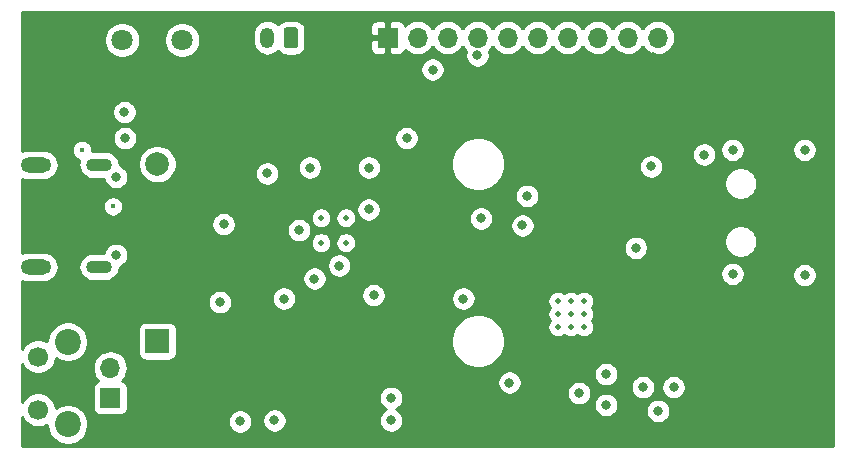
<source format=gbr>
G04 #@! TF.GenerationSoftware,KiCad,Pcbnew,(5.1.4-0-10_14)*
G04 #@! TF.CreationDate,2021-01-21T01:13:21-07:00*
G04 #@! TF.ProjectId,power-switching,706f7765-722d-4737-9769-746368696e67,rev?*
G04 #@! TF.SameCoordinates,Original*
G04 #@! TF.FileFunction,Copper,L3,Inr*
G04 #@! TF.FilePolarity,Positive*
%FSLAX46Y46*%
G04 Gerber Fmt 4.6, Leading zero omitted, Abs format (unit mm)*
G04 Created by KiCad (PCBNEW (5.1.4-0-10_14)) date 2021-01-21 01:13:21*
%MOMM*%
%LPD*%
G04 APERTURE LIST*
%ADD10C,1.803400*%
%ADD11O,1.200000X1.750000*%
%ADD12C,0.100000*%
%ADD13C,1.200000*%
%ADD14C,1.700000*%
%ADD15C,2.200000*%
%ADD16O,1.700000X1.700000*%
%ADD17R,1.700000X1.700000*%
%ADD18C,0.500000*%
%ADD19C,2.000000*%
%ADD20R,2.000000X2.000000*%
%ADD21O,2.600000X1.300000*%
%ADD22O,2.200000X1.100000*%
%ADD23C,0.800000*%
%ADD24C,0.450000*%
%ADD25C,0.254000*%
G04 APERTURE END LIST*
D10*
X109120000Y-103000000D03*
X114200000Y-103000000D03*
D11*
X121400000Y-102800000D03*
D12*
G36*
X123774505Y-101926204D02*
G01*
X123798773Y-101929804D01*
X123822572Y-101935765D01*
X123845671Y-101944030D01*
X123867850Y-101954520D01*
X123888893Y-101967132D01*
X123908599Y-101981747D01*
X123926777Y-101998223D01*
X123943253Y-102016401D01*
X123957868Y-102036107D01*
X123970480Y-102057150D01*
X123980970Y-102079329D01*
X123989235Y-102102428D01*
X123995196Y-102126227D01*
X123998796Y-102150495D01*
X124000000Y-102174999D01*
X124000000Y-103425001D01*
X123998796Y-103449505D01*
X123995196Y-103473773D01*
X123989235Y-103497572D01*
X123980970Y-103520671D01*
X123970480Y-103542850D01*
X123957868Y-103563893D01*
X123943253Y-103583599D01*
X123926777Y-103601777D01*
X123908599Y-103618253D01*
X123888893Y-103632868D01*
X123867850Y-103645480D01*
X123845671Y-103655970D01*
X123822572Y-103664235D01*
X123798773Y-103670196D01*
X123774505Y-103673796D01*
X123750001Y-103675000D01*
X123049999Y-103675000D01*
X123025495Y-103673796D01*
X123001227Y-103670196D01*
X122977428Y-103664235D01*
X122954329Y-103655970D01*
X122932150Y-103645480D01*
X122911107Y-103632868D01*
X122891401Y-103618253D01*
X122873223Y-103601777D01*
X122856747Y-103583599D01*
X122842132Y-103563893D01*
X122829520Y-103542850D01*
X122819030Y-103520671D01*
X122810765Y-103497572D01*
X122804804Y-103473773D01*
X122801204Y-103449505D01*
X122800000Y-103425001D01*
X122800000Y-102174999D01*
X122801204Y-102150495D01*
X122804804Y-102126227D01*
X122810765Y-102102428D01*
X122819030Y-102079329D01*
X122829520Y-102057150D01*
X122842132Y-102036107D01*
X122856747Y-102016401D01*
X122873223Y-101998223D01*
X122891401Y-101981747D01*
X122911107Y-101967132D01*
X122932150Y-101954520D01*
X122954329Y-101944030D01*
X122977428Y-101935765D01*
X123001227Y-101929804D01*
X123025495Y-101926204D01*
X123049999Y-101925000D01*
X123750001Y-101925000D01*
X123774505Y-101926204D01*
X123774505Y-101926204D01*
G37*
D13*
X123400000Y-102800000D03*
D14*
X102000000Y-134300000D03*
X102000000Y-129800000D03*
D15*
X104500000Y-135550000D03*
X104500000Y-128550000D03*
D16*
X154460000Y-102800000D03*
X151920000Y-102800000D03*
X149380000Y-102800000D03*
X146840000Y-102800000D03*
X144300000Y-102800000D03*
X141760000Y-102800000D03*
X139220000Y-102800000D03*
X136680000Y-102800000D03*
X134140000Y-102800000D03*
D17*
X131600000Y-102800000D03*
D18*
X128050000Y-118050000D03*
X128050000Y-120150000D03*
X125950000Y-118050000D03*
X125950000Y-120150000D03*
X146000000Y-125100000D03*
X147100000Y-125100000D03*
X148200000Y-125100000D03*
X146000000Y-126200000D03*
X147100000Y-126200000D03*
X148200000Y-126200000D03*
X146000000Y-127300000D03*
X147100000Y-127300000D03*
X148200000Y-127300000D03*
D16*
X108100000Y-130760000D03*
D17*
X108100000Y-133300000D03*
D19*
X112100000Y-113510000D03*
D20*
X112100000Y-128500000D03*
D21*
X101800000Y-122200000D03*
X101800000Y-113560000D03*
D22*
X107160000Y-122200000D03*
X107160000Y-113560000D03*
D23*
X133200000Y-111300000D03*
X134300000Y-117500000D03*
X134300000Y-119500000D03*
X134300000Y-121500000D03*
X155900000Y-113700000D03*
X151425000Y-104400000D03*
X148800000Y-104400000D03*
X154100000Y-104400000D03*
X156300000Y-122400000D03*
X157800000Y-122800000D03*
X157700000Y-125600000D03*
X154500000Y-125100000D03*
X148100000Y-128600000D03*
X149700000Y-128000000D03*
X152200000Y-127800000D03*
X130000000Y-113800000D03*
X125000000Y-113800000D03*
X109350000Y-111300000D03*
X135400000Y-105500000D03*
X139200000Y-104300000D03*
X108600000Y-114600000D03*
X108600000Y-121200000D03*
X153900000Y-113700000D03*
X152600000Y-120600000D03*
X158400000Y-112700000D03*
X160800000Y-112300000D03*
X166900000Y-112300000D03*
X166900000Y-122900000D03*
X160800000Y-122800000D03*
X117700000Y-118600000D03*
X109300000Y-109100000D03*
X130400000Y-124600000D03*
X122000000Y-135200000D03*
X131900000Y-135200000D03*
X138000000Y-124900000D03*
X141900000Y-132000000D03*
X147800000Y-132900000D03*
X150100000Y-131300000D03*
X150100000Y-133900000D03*
X153200000Y-132400000D03*
X155800000Y-132400000D03*
X154500000Y-134400000D03*
X143400000Y-116200000D03*
X143000000Y-118700000D03*
X139500000Y-118100000D03*
X122800000Y-124900000D03*
X117400000Y-125200000D03*
X121400000Y-114300000D03*
D24*
X108322122Y-117092432D03*
X105700000Y-112300000D03*
D23*
X119100000Y-135300000D03*
X127500000Y-122100000D03*
X124100000Y-119100000D03*
X129990410Y-117342154D03*
X131900000Y-133300000D03*
X125400000Y-123200000D03*
D25*
G36*
X169340001Y-137340000D02*
G01*
X100660000Y-137340000D01*
X100660000Y-134945445D01*
X100684010Y-135003411D01*
X100846525Y-135246632D01*
X101053368Y-135453475D01*
X101296589Y-135615990D01*
X101566842Y-135727932D01*
X101853740Y-135785000D01*
X102146260Y-135785000D01*
X102433158Y-135727932D01*
X102703411Y-135615990D01*
X102765000Y-135574838D01*
X102765000Y-135720883D01*
X102831675Y-136056081D01*
X102962463Y-136371831D01*
X103152337Y-136655998D01*
X103394002Y-136897663D01*
X103678169Y-137087537D01*
X103993919Y-137218325D01*
X104329117Y-137285000D01*
X104670883Y-137285000D01*
X105006081Y-137218325D01*
X105321831Y-137087537D01*
X105605998Y-136897663D01*
X105847663Y-136655998D01*
X106037537Y-136371831D01*
X106168325Y-136056081D01*
X106235000Y-135720883D01*
X106235000Y-135379117D01*
X106198986Y-135198061D01*
X118065000Y-135198061D01*
X118065000Y-135401939D01*
X118104774Y-135601898D01*
X118182795Y-135790256D01*
X118296063Y-135959774D01*
X118440226Y-136103937D01*
X118609744Y-136217205D01*
X118798102Y-136295226D01*
X118998061Y-136335000D01*
X119201939Y-136335000D01*
X119401898Y-136295226D01*
X119590256Y-136217205D01*
X119759774Y-136103937D01*
X119903937Y-135959774D01*
X120017205Y-135790256D01*
X120095226Y-135601898D01*
X120135000Y-135401939D01*
X120135000Y-135198061D01*
X120115109Y-135098061D01*
X120965000Y-135098061D01*
X120965000Y-135301939D01*
X121004774Y-135501898D01*
X121082795Y-135690256D01*
X121196063Y-135859774D01*
X121340226Y-136003937D01*
X121509744Y-136117205D01*
X121698102Y-136195226D01*
X121898061Y-136235000D01*
X122101939Y-136235000D01*
X122301898Y-136195226D01*
X122490256Y-136117205D01*
X122659774Y-136003937D01*
X122803937Y-135859774D01*
X122917205Y-135690256D01*
X122995226Y-135501898D01*
X123035000Y-135301939D01*
X123035000Y-135098061D01*
X122995226Y-134898102D01*
X122917205Y-134709744D01*
X122803937Y-134540226D01*
X122659774Y-134396063D01*
X122490256Y-134282795D01*
X122301898Y-134204774D01*
X122101939Y-134165000D01*
X121898061Y-134165000D01*
X121698102Y-134204774D01*
X121509744Y-134282795D01*
X121340226Y-134396063D01*
X121196063Y-134540226D01*
X121082795Y-134709744D01*
X121004774Y-134898102D01*
X120965000Y-135098061D01*
X120115109Y-135098061D01*
X120095226Y-134998102D01*
X120017205Y-134809744D01*
X119903937Y-134640226D01*
X119759774Y-134496063D01*
X119590256Y-134382795D01*
X119401898Y-134304774D01*
X119201939Y-134265000D01*
X118998061Y-134265000D01*
X118798102Y-134304774D01*
X118609744Y-134382795D01*
X118440226Y-134496063D01*
X118296063Y-134640226D01*
X118182795Y-134809744D01*
X118104774Y-134998102D01*
X118065000Y-135198061D01*
X106198986Y-135198061D01*
X106168325Y-135043919D01*
X106037537Y-134728169D01*
X105847663Y-134444002D01*
X105605998Y-134202337D01*
X105321831Y-134012463D01*
X105006081Y-133881675D01*
X104670883Y-133815000D01*
X104329117Y-133815000D01*
X103993919Y-133881675D01*
X103678169Y-134012463D01*
X103482857Y-134142966D01*
X103427932Y-133866842D01*
X103315990Y-133596589D01*
X103153475Y-133353368D01*
X102946632Y-133146525D01*
X102703411Y-132984010D01*
X102433158Y-132872068D01*
X102146260Y-132815000D01*
X101853740Y-132815000D01*
X101566842Y-132872068D01*
X101296589Y-132984010D01*
X101053368Y-133146525D01*
X100846525Y-133353368D01*
X100684010Y-133596589D01*
X100660000Y-133654555D01*
X100660000Y-130445445D01*
X100684010Y-130503411D01*
X100846525Y-130746632D01*
X101053368Y-130953475D01*
X101296589Y-131115990D01*
X101566842Y-131227932D01*
X101853740Y-131285000D01*
X102146260Y-131285000D01*
X102433158Y-131227932D01*
X102703411Y-131115990D01*
X102946632Y-130953475D01*
X103140107Y-130760000D01*
X106607815Y-130760000D01*
X106636487Y-131051111D01*
X106721401Y-131331034D01*
X106859294Y-131589014D01*
X107044866Y-131815134D01*
X107074687Y-131839607D01*
X107005820Y-131860498D01*
X106895506Y-131919463D01*
X106798815Y-131998815D01*
X106719463Y-132095506D01*
X106660498Y-132205820D01*
X106624188Y-132325518D01*
X106611928Y-132450000D01*
X106611928Y-134150000D01*
X106624188Y-134274482D01*
X106660498Y-134394180D01*
X106719463Y-134504494D01*
X106798815Y-134601185D01*
X106895506Y-134680537D01*
X107005820Y-134739502D01*
X107125518Y-134775812D01*
X107250000Y-134788072D01*
X108950000Y-134788072D01*
X109074482Y-134775812D01*
X109194180Y-134739502D01*
X109304494Y-134680537D01*
X109401185Y-134601185D01*
X109480537Y-134504494D01*
X109539502Y-134394180D01*
X109575812Y-134274482D01*
X109588072Y-134150000D01*
X109588072Y-133198061D01*
X130865000Y-133198061D01*
X130865000Y-133401939D01*
X130904774Y-133601898D01*
X130982795Y-133790256D01*
X131096063Y-133959774D01*
X131240226Y-134103937D01*
X131409744Y-134217205D01*
X131488918Y-134250000D01*
X131409744Y-134282795D01*
X131240226Y-134396063D01*
X131096063Y-134540226D01*
X130982795Y-134709744D01*
X130904774Y-134898102D01*
X130865000Y-135098061D01*
X130865000Y-135301939D01*
X130904774Y-135501898D01*
X130982795Y-135690256D01*
X131096063Y-135859774D01*
X131240226Y-136003937D01*
X131409744Y-136117205D01*
X131598102Y-136195226D01*
X131798061Y-136235000D01*
X132001939Y-136235000D01*
X132201898Y-136195226D01*
X132390256Y-136117205D01*
X132559774Y-136003937D01*
X132703937Y-135859774D01*
X132817205Y-135690256D01*
X132895226Y-135501898D01*
X132935000Y-135301939D01*
X132935000Y-135098061D01*
X132895226Y-134898102D01*
X132817205Y-134709744D01*
X132703937Y-134540226D01*
X132559774Y-134396063D01*
X132390256Y-134282795D01*
X132311082Y-134250000D01*
X132390256Y-134217205D01*
X132559774Y-134103937D01*
X132703937Y-133959774D01*
X132817205Y-133790256D01*
X132895226Y-133601898D01*
X132935000Y-133401939D01*
X132935000Y-133198061D01*
X132895226Y-132998102D01*
X132817205Y-132809744D01*
X132703937Y-132640226D01*
X132559774Y-132496063D01*
X132390256Y-132382795D01*
X132201898Y-132304774D01*
X132001939Y-132265000D01*
X131798061Y-132265000D01*
X131598102Y-132304774D01*
X131409744Y-132382795D01*
X131240226Y-132496063D01*
X131096063Y-132640226D01*
X130982795Y-132809744D01*
X130904774Y-132998102D01*
X130865000Y-133198061D01*
X109588072Y-133198061D01*
X109588072Y-132450000D01*
X109575812Y-132325518D01*
X109539502Y-132205820D01*
X109480537Y-132095506D01*
X109401185Y-131998815D01*
X109304494Y-131919463D01*
X109264455Y-131898061D01*
X140865000Y-131898061D01*
X140865000Y-132101939D01*
X140904774Y-132301898D01*
X140982795Y-132490256D01*
X141096063Y-132659774D01*
X141240226Y-132803937D01*
X141409744Y-132917205D01*
X141598102Y-132995226D01*
X141798061Y-133035000D01*
X142001939Y-133035000D01*
X142201898Y-132995226D01*
X142390256Y-132917205D01*
X142559774Y-132803937D01*
X142565650Y-132798061D01*
X146765000Y-132798061D01*
X146765000Y-133001939D01*
X146804774Y-133201898D01*
X146882795Y-133390256D01*
X146996063Y-133559774D01*
X147140226Y-133703937D01*
X147309744Y-133817205D01*
X147498102Y-133895226D01*
X147698061Y-133935000D01*
X147901939Y-133935000D01*
X148101898Y-133895226D01*
X148290256Y-133817205D01*
X148318907Y-133798061D01*
X149065000Y-133798061D01*
X149065000Y-134001939D01*
X149104774Y-134201898D01*
X149182795Y-134390256D01*
X149296063Y-134559774D01*
X149440226Y-134703937D01*
X149609744Y-134817205D01*
X149798102Y-134895226D01*
X149998061Y-134935000D01*
X150201939Y-134935000D01*
X150401898Y-134895226D01*
X150590256Y-134817205D01*
X150759774Y-134703937D01*
X150903937Y-134559774D01*
X151017205Y-134390256D01*
X151055393Y-134298061D01*
X153465000Y-134298061D01*
X153465000Y-134501939D01*
X153504774Y-134701898D01*
X153582795Y-134890256D01*
X153696063Y-135059774D01*
X153840226Y-135203937D01*
X154009744Y-135317205D01*
X154198102Y-135395226D01*
X154398061Y-135435000D01*
X154601939Y-135435000D01*
X154801898Y-135395226D01*
X154990256Y-135317205D01*
X155159774Y-135203937D01*
X155303937Y-135059774D01*
X155417205Y-134890256D01*
X155495226Y-134701898D01*
X155535000Y-134501939D01*
X155535000Y-134298061D01*
X155495226Y-134098102D01*
X155417205Y-133909744D01*
X155303937Y-133740226D01*
X155159774Y-133596063D01*
X154990256Y-133482795D01*
X154801898Y-133404774D01*
X154601939Y-133365000D01*
X154398061Y-133365000D01*
X154198102Y-133404774D01*
X154009744Y-133482795D01*
X153840226Y-133596063D01*
X153696063Y-133740226D01*
X153582795Y-133909744D01*
X153504774Y-134098102D01*
X153465000Y-134298061D01*
X151055393Y-134298061D01*
X151095226Y-134201898D01*
X151135000Y-134001939D01*
X151135000Y-133798061D01*
X151095226Y-133598102D01*
X151017205Y-133409744D01*
X150903937Y-133240226D01*
X150759774Y-133096063D01*
X150590256Y-132982795D01*
X150401898Y-132904774D01*
X150201939Y-132865000D01*
X149998061Y-132865000D01*
X149798102Y-132904774D01*
X149609744Y-132982795D01*
X149440226Y-133096063D01*
X149296063Y-133240226D01*
X149182795Y-133409744D01*
X149104774Y-133598102D01*
X149065000Y-133798061D01*
X148318907Y-133798061D01*
X148459774Y-133703937D01*
X148603937Y-133559774D01*
X148717205Y-133390256D01*
X148795226Y-133201898D01*
X148835000Y-133001939D01*
X148835000Y-132798061D01*
X148795226Y-132598102D01*
X148717205Y-132409744D01*
X148603937Y-132240226D01*
X148459774Y-132096063D01*
X148290256Y-131982795D01*
X148101898Y-131904774D01*
X147901939Y-131865000D01*
X147698061Y-131865000D01*
X147498102Y-131904774D01*
X147309744Y-131982795D01*
X147140226Y-132096063D01*
X146996063Y-132240226D01*
X146882795Y-132409744D01*
X146804774Y-132598102D01*
X146765000Y-132798061D01*
X142565650Y-132798061D01*
X142703937Y-132659774D01*
X142817205Y-132490256D01*
X142895226Y-132301898D01*
X142935000Y-132101939D01*
X142935000Y-131898061D01*
X142895226Y-131698102D01*
X142817205Y-131509744D01*
X142703937Y-131340226D01*
X142561772Y-131198061D01*
X149065000Y-131198061D01*
X149065000Y-131401939D01*
X149104774Y-131601898D01*
X149182795Y-131790256D01*
X149296063Y-131959774D01*
X149440226Y-132103937D01*
X149609744Y-132217205D01*
X149798102Y-132295226D01*
X149998061Y-132335000D01*
X150201939Y-132335000D01*
X150387645Y-132298061D01*
X152165000Y-132298061D01*
X152165000Y-132501939D01*
X152204774Y-132701898D01*
X152282795Y-132890256D01*
X152396063Y-133059774D01*
X152540226Y-133203937D01*
X152709744Y-133317205D01*
X152898102Y-133395226D01*
X153098061Y-133435000D01*
X153301939Y-133435000D01*
X153501898Y-133395226D01*
X153690256Y-133317205D01*
X153859774Y-133203937D01*
X154003937Y-133059774D01*
X154117205Y-132890256D01*
X154195226Y-132701898D01*
X154235000Y-132501939D01*
X154235000Y-132298061D01*
X154765000Y-132298061D01*
X154765000Y-132501939D01*
X154804774Y-132701898D01*
X154882795Y-132890256D01*
X154996063Y-133059774D01*
X155140226Y-133203937D01*
X155309744Y-133317205D01*
X155498102Y-133395226D01*
X155698061Y-133435000D01*
X155901939Y-133435000D01*
X156101898Y-133395226D01*
X156290256Y-133317205D01*
X156459774Y-133203937D01*
X156603937Y-133059774D01*
X156717205Y-132890256D01*
X156795226Y-132701898D01*
X156835000Y-132501939D01*
X156835000Y-132298061D01*
X156795226Y-132098102D01*
X156717205Y-131909744D01*
X156603937Y-131740226D01*
X156459774Y-131596063D01*
X156290256Y-131482795D01*
X156101898Y-131404774D01*
X155901939Y-131365000D01*
X155698061Y-131365000D01*
X155498102Y-131404774D01*
X155309744Y-131482795D01*
X155140226Y-131596063D01*
X154996063Y-131740226D01*
X154882795Y-131909744D01*
X154804774Y-132098102D01*
X154765000Y-132298061D01*
X154235000Y-132298061D01*
X154195226Y-132098102D01*
X154117205Y-131909744D01*
X154003937Y-131740226D01*
X153859774Y-131596063D01*
X153690256Y-131482795D01*
X153501898Y-131404774D01*
X153301939Y-131365000D01*
X153098061Y-131365000D01*
X152898102Y-131404774D01*
X152709744Y-131482795D01*
X152540226Y-131596063D01*
X152396063Y-131740226D01*
X152282795Y-131909744D01*
X152204774Y-132098102D01*
X152165000Y-132298061D01*
X150387645Y-132298061D01*
X150401898Y-132295226D01*
X150590256Y-132217205D01*
X150759774Y-132103937D01*
X150903937Y-131959774D01*
X151017205Y-131790256D01*
X151095226Y-131601898D01*
X151135000Y-131401939D01*
X151135000Y-131198061D01*
X151095226Y-130998102D01*
X151017205Y-130809744D01*
X150903937Y-130640226D01*
X150759774Y-130496063D01*
X150590256Y-130382795D01*
X150401898Y-130304774D01*
X150201939Y-130265000D01*
X149998061Y-130265000D01*
X149798102Y-130304774D01*
X149609744Y-130382795D01*
X149440226Y-130496063D01*
X149296063Y-130640226D01*
X149182795Y-130809744D01*
X149104774Y-130998102D01*
X149065000Y-131198061D01*
X142561772Y-131198061D01*
X142559774Y-131196063D01*
X142390256Y-131082795D01*
X142201898Y-131004774D01*
X142001939Y-130965000D01*
X141798061Y-130965000D01*
X141598102Y-131004774D01*
X141409744Y-131082795D01*
X141240226Y-131196063D01*
X141096063Y-131340226D01*
X140982795Y-131509744D01*
X140904774Y-131698102D01*
X140865000Y-131898061D01*
X109264455Y-131898061D01*
X109194180Y-131860498D01*
X109125313Y-131839607D01*
X109155134Y-131815134D01*
X109340706Y-131589014D01*
X109478599Y-131331034D01*
X109563513Y-131051111D01*
X109592185Y-130760000D01*
X109563513Y-130468889D01*
X109478599Y-130188966D01*
X109340706Y-129930986D01*
X109155134Y-129704866D01*
X108929014Y-129519294D01*
X108671034Y-129381401D01*
X108391111Y-129296487D01*
X108172950Y-129275000D01*
X108027050Y-129275000D01*
X107808889Y-129296487D01*
X107528966Y-129381401D01*
X107270986Y-129519294D01*
X107044866Y-129704866D01*
X106859294Y-129930986D01*
X106721401Y-130188966D01*
X106636487Y-130468889D01*
X106607815Y-130760000D01*
X103140107Y-130760000D01*
X103153475Y-130746632D01*
X103315990Y-130503411D01*
X103427932Y-130233158D01*
X103482857Y-129957034D01*
X103678169Y-130087537D01*
X103993919Y-130218325D01*
X104329117Y-130285000D01*
X104670883Y-130285000D01*
X105006081Y-130218325D01*
X105321831Y-130087537D01*
X105605998Y-129897663D01*
X105847663Y-129655998D01*
X106037537Y-129371831D01*
X106168325Y-129056081D01*
X106235000Y-128720883D01*
X106235000Y-128379117D01*
X106168325Y-128043919D01*
X106037537Y-127728169D01*
X105885080Y-127500000D01*
X110461928Y-127500000D01*
X110461928Y-129500000D01*
X110474188Y-129624482D01*
X110510498Y-129744180D01*
X110569463Y-129854494D01*
X110648815Y-129951185D01*
X110745506Y-130030537D01*
X110855820Y-130089502D01*
X110975518Y-130125812D01*
X111100000Y-130138072D01*
X113100000Y-130138072D01*
X113224482Y-130125812D01*
X113344180Y-130089502D01*
X113454494Y-130030537D01*
X113551185Y-129951185D01*
X113630537Y-129854494D01*
X113689502Y-129744180D01*
X113725812Y-129624482D01*
X113738072Y-129500000D01*
X113738072Y-128274947D01*
X136980000Y-128274947D01*
X136980000Y-128725053D01*
X137067811Y-129166510D01*
X137240059Y-129582353D01*
X137490125Y-129956603D01*
X137808397Y-130274875D01*
X138182647Y-130524941D01*
X138598490Y-130697189D01*
X139039947Y-130785000D01*
X139490053Y-130785000D01*
X139931510Y-130697189D01*
X140347353Y-130524941D01*
X140721603Y-130274875D01*
X141039875Y-129956603D01*
X141289941Y-129582353D01*
X141462189Y-129166510D01*
X141550000Y-128725053D01*
X141550000Y-128274947D01*
X141462189Y-127833490D01*
X141289941Y-127417647D01*
X141039875Y-127043397D01*
X140721603Y-126725125D01*
X140347353Y-126475059D01*
X139931510Y-126302811D01*
X139490053Y-126215000D01*
X139039947Y-126215000D01*
X138598490Y-126302811D01*
X138182647Y-126475059D01*
X137808397Y-126725125D01*
X137490125Y-127043397D01*
X137240059Y-127417647D01*
X137067811Y-127833490D01*
X136980000Y-128274947D01*
X113738072Y-128274947D01*
X113738072Y-127500000D01*
X113725812Y-127375518D01*
X113689502Y-127255820D01*
X113630537Y-127145506D01*
X113551185Y-127048815D01*
X113454494Y-126969463D01*
X113344180Y-126910498D01*
X113224482Y-126874188D01*
X113100000Y-126861928D01*
X111100000Y-126861928D01*
X110975518Y-126874188D01*
X110855820Y-126910498D01*
X110745506Y-126969463D01*
X110648815Y-127048815D01*
X110569463Y-127145506D01*
X110510498Y-127255820D01*
X110474188Y-127375518D01*
X110461928Y-127500000D01*
X105885080Y-127500000D01*
X105847663Y-127444002D01*
X105605998Y-127202337D01*
X105321831Y-127012463D01*
X105006081Y-126881675D01*
X104670883Y-126815000D01*
X104329117Y-126815000D01*
X103993919Y-126881675D01*
X103678169Y-127012463D01*
X103394002Y-127202337D01*
X103152337Y-127444002D01*
X102962463Y-127728169D01*
X102831675Y-128043919D01*
X102765000Y-128379117D01*
X102765000Y-128525162D01*
X102703411Y-128484010D01*
X102433158Y-128372068D01*
X102146260Y-128315000D01*
X101853740Y-128315000D01*
X101566842Y-128372068D01*
X101296589Y-128484010D01*
X101053368Y-128646525D01*
X100846525Y-128853368D01*
X100684010Y-129096589D01*
X100660000Y-129154555D01*
X100660000Y-125098061D01*
X116365000Y-125098061D01*
X116365000Y-125301939D01*
X116404774Y-125501898D01*
X116482795Y-125690256D01*
X116596063Y-125859774D01*
X116740226Y-126003937D01*
X116909744Y-126117205D01*
X117098102Y-126195226D01*
X117298061Y-126235000D01*
X117501939Y-126235000D01*
X117701898Y-126195226D01*
X117890256Y-126117205D01*
X118059774Y-126003937D01*
X118203937Y-125859774D01*
X118317205Y-125690256D01*
X118395226Y-125501898D01*
X118435000Y-125301939D01*
X118435000Y-125098061D01*
X118395226Y-124898102D01*
X118353788Y-124798061D01*
X121765000Y-124798061D01*
X121765000Y-125001939D01*
X121804774Y-125201898D01*
X121882795Y-125390256D01*
X121996063Y-125559774D01*
X122140226Y-125703937D01*
X122309744Y-125817205D01*
X122498102Y-125895226D01*
X122698061Y-125935000D01*
X122901939Y-125935000D01*
X123101898Y-125895226D01*
X123290256Y-125817205D01*
X123459774Y-125703937D01*
X123603937Y-125559774D01*
X123717205Y-125390256D01*
X123795226Y-125201898D01*
X123835000Y-125001939D01*
X123835000Y-124798061D01*
X123795226Y-124598102D01*
X123753788Y-124498061D01*
X129365000Y-124498061D01*
X129365000Y-124701939D01*
X129404774Y-124901898D01*
X129482795Y-125090256D01*
X129596063Y-125259774D01*
X129740226Y-125403937D01*
X129909744Y-125517205D01*
X130098102Y-125595226D01*
X130298061Y-125635000D01*
X130501939Y-125635000D01*
X130701898Y-125595226D01*
X130890256Y-125517205D01*
X131059774Y-125403937D01*
X131203937Y-125259774D01*
X131317205Y-125090256D01*
X131395226Y-124901898D01*
X131415880Y-124798061D01*
X136965000Y-124798061D01*
X136965000Y-125001939D01*
X137004774Y-125201898D01*
X137082795Y-125390256D01*
X137196063Y-125559774D01*
X137340226Y-125703937D01*
X137509744Y-125817205D01*
X137698102Y-125895226D01*
X137898061Y-125935000D01*
X138101939Y-125935000D01*
X138301898Y-125895226D01*
X138490256Y-125817205D01*
X138659774Y-125703937D01*
X138803937Y-125559774D01*
X138917205Y-125390256D01*
X138995226Y-125201898D01*
X139032832Y-125012835D01*
X145115000Y-125012835D01*
X145115000Y-125187165D01*
X145149010Y-125358145D01*
X145215723Y-125519205D01*
X145303118Y-125650000D01*
X145215723Y-125780795D01*
X145149010Y-125941855D01*
X145115000Y-126112835D01*
X145115000Y-126287165D01*
X145149010Y-126458145D01*
X145215723Y-126619205D01*
X145303118Y-126750000D01*
X145215723Y-126880795D01*
X145149010Y-127041855D01*
X145115000Y-127212835D01*
X145115000Y-127387165D01*
X145149010Y-127558145D01*
X145215723Y-127719205D01*
X145312576Y-127864155D01*
X145435845Y-127987424D01*
X145580795Y-128084277D01*
X145741855Y-128150990D01*
X145912835Y-128185000D01*
X146087165Y-128185000D01*
X146258145Y-128150990D01*
X146419205Y-128084277D01*
X146550000Y-127996882D01*
X146680795Y-128084277D01*
X146841855Y-128150990D01*
X147012835Y-128185000D01*
X147187165Y-128185000D01*
X147358145Y-128150990D01*
X147519205Y-128084277D01*
X147650000Y-127996882D01*
X147780795Y-128084277D01*
X147941855Y-128150990D01*
X148112835Y-128185000D01*
X148287165Y-128185000D01*
X148458145Y-128150990D01*
X148619205Y-128084277D01*
X148764155Y-127987424D01*
X148887424Y-127864155D01*
X148984277Y-127719205D01*
X149050990Y-127558145D01*
X149085000Y-127387165D01*
X149085000Y-127212835D01*
X149050990Y-127041855D01*
X148984277Y-126880795D01*
X148896882Y-126750000D01*
X148984277Y-126619205D01*
X149050990Y-126458145D01*
X149085000Y-126287165D01*
X149085000Y-126112835D01*
X149050990Y-125941855D01*
X148984277Y-125780795D01*
X148896882Y-125650000D01*
X148984277Y-125519205D01*
X149050990Y-125358145D01*
X149085000Y-125187165D01*
X149085000Y-125012835D01*
X149050990Y-124841855D01*
X148984277Y-124680795D01*
X148887424Y-124535845D01*
X148764155Y-124412576D01*
X148619205Y-124315723D01*
X148458145Y-124249010D01*
X148287165Y-124215000D01*
X148112835Y-124215000D01*
X147941855Y-124249010D01*
X147780795Y-124315723D01*
X147650000Y-124403118D01*
X147519205Y-124315723D01*
X147358145Y-124249010D01*
X147187165Y-124215000D01*
X147012835Y-124215000D01*
X146841855Y-124249010D01*
X146680795Y-124315723D01*
X146550000Y-124403118D01*
X146419205Y-124315723D01*
X146258145Y-124249010D01*
X146087165Y-124215000D01*
X145912835Y-124215000D01*
X145741855Y-124249010D01*
X145580795Y-124315723D01*
X145435845Y-124412576D01*
X145312576Y-124535845D01*
X145215723Y-124680795D01*
X145149010Y-124841855D01*
X145115000Y-125012835D01*
X139032832Y-125012835D01*
X139035000Y-125001939D01*
X139035000Y-124798061D01*
X138995226Y-124598102D01*
X138917205Y-124409744D01*
X138803937Y-124240226D01*
X138659774Y-124096063D01*
X138490256Y-123982795D01*
X138301898Y-123904774D01*
X138101939Y-123865000D01*
X137898061Y-123865000D01*
X137698102Y-123904774D01*
X137509744Y-123982795D01*
X137340226Y-124096063D01*
X137196063Y-124240226D01*
X137082795Y-124409744D01*
X137004774Y-124598102D01*
X136965000Y-124798061D01*
X131415880Y-124798061D01*
X131435000Y-124701939D01*
X131435000Y-124498061D01*
X131395226Y-124298102D01*
X131317205Y-124109744D01*
X131203937Y-123940226D01*
X131059774Y-123796063D01*
X130890256Y-123682795D01*
X130701898Y-123604774D01*
X130501939Y-123565000D01*
X130298061Y-123565000D01*
X130098102Y-123604774D01*
X129909744Y-123682795D01*
X129740226Y-123796063D01*
X129596063Y-123940226D01*
X129482795Y-124109744D01*
X129404774Y-124298102D01*
X129365000Y-124498061D01*
X123753788Y-124498061D01*
X123717205Y-124409744D01*
X123603937Y-124240226D01*
X123459774Y-124096063D01*
X123290256Y-123982795D01*
X123101898Y-123904774D01*
X122901939Y-123865000D01*
X122698061Y-123865000D01*
X122498102Y-123904774D01*
X122309744Y-123982795D01*
X122140226Y-124096063D01*
X121996063Y-124240226D01*
X121882795Y-124409744D01*
X121804774Y-124598102D01*
X121765000Y-124798061D01*
X118353788Y-124798061D01*
X118317205Y-124709744D01*
X118203937Y-124540226D01*
X118059774Y-124396063D01*
X117890256Y-124282795D01*
X117701898Y-124204774D01*
X117501939Y-124165000D01*
X117298061Y-124165000D01*
X117098102Y-124204774D01*
X116909744Y-124282795D01*
X116740226Y-124396063D01*
X116596063Y-124540226D01*
X116482795Y-124709744D01*
X116404774Y-124898102D01*
X116365000Y-125098061D01*
X100660000Y-125098061D01*
X100660000Y-123394181D01*
X100898096Y-123466407D01*
X101086877Y-123485000D01*
X102513123Y-123485000D01*
X102701904Y-123466407D01*
X102944127Y-123392929D01*
X103167362Y-123273608D01*
X103363028Y-123113028D01*
X103523608Y-122917362D01*
X103642929Y-122694127D01*
X103716407Y-122451904D01*
X103741217Y-122200000D01*
X105419267Y-122200000D01*
X105442147Y-122432300D01*
X105509906Y-122655674D01*
X105619942Y-122861536D01*
X105768025Y-123041975D01*
X105948464Y-123190058D01*
X106154326Y-123300094D01*
X106377700Y-123367853D01*
X106551793Y-123385000D01*
X107768207Y-123385000D01*
X107942300Y-123367853D01*
X108165674Y-123300094D01*
X108371536Y-123190058D01*
X108483634Y-123098061D01*
X124365000Y-123098061D01*
X124365000Y-123301939D01*
X124404774Y-123501898D01*
X124482795Y-123690256D01*
X124596063Y-123859774D01*
X124740226Y-124003937D01*
X124909744Y-124117205D01*
X125098102Y-124195226D01*
X125298061Y-124235000D01*
X125501939Y-124235000D01*
X125701898Y-124195226D01*
X125890256Y-124117205D01*
X126059774Y-124003937D01*
X126203937Y-123859774D01*
X126317205Y-123690256D01*
X126395226Y-123501898D01*
X126435000Y-123301939D01*
X126435000Y-123098061D01*
X126395226Y-122898102D01*
X126317205Y-122709744D01*
X126203937Y-122540226D01*
X126059774Y-122396063D01*
X125890256Y-122282795D01*
X125701898Y-122204774D01*
X125501939Y-122165000D01*
X125298061Y-122165000D01*
X125098102Y-122204774D01*
X124909744Y-122282795D01*
X124740226Y-122396063D01*
X124596063Y-122540226D01*
X124482795Y-122709744D01*
X124404774Y-122898102D01*
X124365000Y-123098061D01*
X108483634Y-123098061D01*
X108551975Y-123041975D01*
X108700058Y-122861536D01*
X108810094Y-122655674D01*
X108877853Y-122432300D01*
X108900733Y-122200000D01*
X108900294Y-122195545D01*
X108901898Y-122195226D01*
X109090256Y-122117205D01*
X109259774Y-122003937D01*
X109265650Y-121998061D01*
X126465000Y-121998061D01*
X126465000Y-122201939D01*
X126504774Y-122401898D01*
X126582795Y-122590256D01*
X126696063Y-122759774D01*
X126840226Y-122903937D01*
X127009744Y-123017205D01*
X127198102Y-123095226D01*
X127398061Y-123135000D01*
X127601939Y-123135000D01*
X127801898Y-123095226D01*
X127990256Y-123017205D01*
X128159774Y-122903937D01*
X128303937Y-122759774D01*
X128345172Y-122698061D01*
X159765000Y-122698061D01*
X159765000Y-122901939D01*
X159804774Y-123101898D01*
X159882795Y-123290256D01*
X159996063Y-123459774D01*
X160140226Y-123603937D01*
X160309744Y-123717205D01*
X160498102Y-123795226D01*
X160698061Y-123835000D01*
X160901939Y-123835000D01*
X161101898Y-123795226D01*
X161290256Y-123717205D01*
X161459774Y-123603937D01*
X161603937Y-123459774D01*
X161717205Y-123290256D01*
X161795226Y-123101898D01*
X161835000Y-122901939D01*
X161835000Y-122798061D01*
X165865000Y-122798061D01*
X165865000Y-123001939D01*
X165904774Y-123201898D01*
X165982795Y-123390256D01*
X166096063Y-123559774D01*
X166240226Y-123703937D01*
X166409744Y-123817205D01*
X166598102Y-123895226D01*
X166798061Y-123935000D01*
X167001939Y-123935000D01*
X167201898Y-123895226D01*
X167390256Y-123817205D01*
X167559774Y-123703937D01*
X167703937Y-123559774D01*
X167817205Y-123390256D01*
X167895226Y-123201898D01*
X167935000Y-123001939D01*
X167935000Y-122798061D01*
X167895226Y-122598102D01*
X167817205Y-122409744D01*
X167703937Y-122240226D01*
X167559774Y-122096063D01*
X167390256Y-121982795D01*
X167201898Y-121904774D01*
X167001939Y-121865000D01*
X166798061Y-121865000D01*
X166598102Y-121904774D01*
X166409744Y-121982795D01*
X166240226Y-122096063D01*
X166096063Y-122240226D01*
X165982795Y-122409744D01*
X165904774Y-122598102D01*
X165865000Y-122798061D01*
X161835000Y-122798061D01*
X161835000Y-122698061D01*
X161795226Y-122498102D01*
X161717205Y-122309744D01*
X161603937Y-122140226D01*
X161459774Y-121996063D01*
X161290256Y-121882795D01*
X161101898Y-121804774D01*
X160901939Y-121765000D01*
X160698061Y-121765000D01*
X160498102Y-121804774D01*
X160309744Y-121882795D01*
X160140226Y-121996063D01*
X159996063Y-122140226D01*
X159882795Y-122309744D01*
X159804774Y-122498102D01*
X159765000Y-122698061D01*
X128345172Y-122698061D01*
X128417205Y-122590256D01*
X128495226Y-122401898D01*
X128535000Y-122201939D01*
X128535000Y-121998061D01*
X128495226Y-121798102D01*
X128417205Y-121609744D01*
X128303937Y-121440226D01*
X128159774Y-121296063D01*
X127990256Y-121182795D01*
X127801898Y-121104774D01*
X127601939Y-121065000D01*
X127398061Y-121065000D01*
X127198102Y-121104774D01*
X127009744Y-121182795D01*
X126840226Y-121296063D01*
X126696063Y-121440226D01*
X126582795Y-121609744D01*
X126504774Y-121798102D01*
X126465000Y-121998061D01*
X109265650Y-121998061D01*
X109403937Y-121859774D01*
X109517205Y-121690256D01*
X109595226Y-121501898D01*
X109635000Y-121301939D01*
X109635000Y-121098061D01*
X109595226Y-120898102D01*
X109517205Y-120709744D01*
X109403937Y-120540226D01*
X109259774Y-120396063D01*
X109090256Y-120282795D01*
X108901898Y-120204774D01*
X108701939Y-120165000D01*
X108498061Y-120165000D01*
X108298102Y-120204774D01*
X108109744Y-120282795D01*
X107940226Y-120396063D01*
X107796063Y-120540226D01*
X107682795Y-120709744D01*
X107604774Y-120898102D01*
X107581522Y-121015000D01*
X106551793Y-121015000D01*
X106377700Y-121032147D01*
X106154326Y-121099906D01*
X105948464Y-121209942D01*
X105768025Y-121358025D01*
X105619942Y-121538464D01*
X105509906Y-121744326D01*
X105442147Y-121967700D01*
X105419267Y-122200000D01*
X103741217Y-122200000D01*
X103716407Y-121948096D01*
X103642929Y-121705873D01*
X103523608Y-121482638D01*
X103363028Y-121286972D01*
X103167362Y-121126392D01*
X102944127Y-121007071D01*
X102701904Y-120933593D01*
X102513123Y-120915000D01*
X101086877Y-120915000D01*
X100898096Y-120933593D01*
X100660000Y-121005819D01*
X100660000Y-118498061D01*
X116665000Y-118498061D01*
X116665000Y-118701939D01*
X116704774Y-118901898D01*
X116782795Y-119090256D01*
X116896063Y-119259774D01*
X117040226Y-119403937D01*
X117209744Y-119517205D01*
X117398102Y-119595226D01*
X117598061Y-119635000D01*
X117801939Y-119635000D01*
X118001898Y-119595226D01*
X118190256Y-119517205D01*
X118359774Y-119403937D01*
X118503937Y-119259774D01*
X118617205Y-119090256D01*
X118655393Y-118998061D01*
X123065000Y-118998061D01*
X123065000Y-119201939D01*
X123104774Y-119401898D01*
X123182795Y-119590256D01*
X123296063Y-119759774D01*
X123440226Y-119903937D01*
X123609744Y-120017205D01*
X123798102Y-120095226D01*
X123998061Y-120135000D01*
X124201939Y-120135000D01*
X124401898Y-120095226D01*
X124480096Y-120062835D01*
X125065000Y-120062835D01*
X125065000Y-120237165D01*
X125099010Y-120408145D01*
X125165723Y-120569205D01*
X125262576Y-120714155D01*
X125385845Y-120837424D01*
X125530795Y-120934277D01*
X125691855Y-121000990D01*
X125862835Y-121035000D01*
X126037165Y-121035000D01*
X126208145Y-121000990D01*
X126369205Y-120934277D01*
X126514155Y-120837424D01*
X126637424Y-120714155D01*
X126734277Y-120569205D01*
X126800990Y-120408145D01*
X126835000Y-120237165D01*
X126835000Y-120062835D01*
X127165000Y-120062835D01*
X127165000Y-120237165D01*
X127199010Y-120408145D01*
X127265723Y-120569205D01*
X127362576Y-120714155D01*
X127485845Y-120837424D01*
X127630795Y-120934277D01*
X127791855Y-121000990D01*
X127962835Y-121035000D01*
X128137165Y-121035000D01*
X128308145Y-121000990D01*
X128469205Y-120934277D01*
X128614155Y-120837424D01*
X128737424Y-120714155D01*
X128834277Y-120569205D01*
X128863745Y-120498061D01*
X151565000Y-120498061D01*
X151565000Y-120701939D01*
X151604774Y-120901898D01*
X151682795Y-121090256D01*
X151796063Y-121259774D01*
X151940226Y-121403937D01*
X152109744Y-121517205D01*
X152298102Y-121595226D01*
X152498061Y-121635000D01*
X152701939Y-121635000D01*
X152901898Y-121595226D01*
X153090256Y-121517205D01*
X153259774Y-121403937D01*
X153403937Y-121259774D01*
X153517205Y-121090256D01*
X153595226Y-120901898D01*
X153635000Y-120701939D01*
X153635000Y-120498061D01*
X153595226Y-120298102D01*
X153517205Y-120109744D01*
X153403937Y-119940226D01*
X153377300Y-119913589D01*
X160115000Y-119913589D01*
X160115000Y-120186411D01*
X160168225Y-120453989D01*
X160272629Y-120706043D01*
X160424201Y-120932886D01*
X160617114Y-121125799D01*
X160843957Y-121277371D01*
X161096011Y-121381775D01*
X161363589Y-121435000D01*
X161636411Y-121435000D01*
X161903989Y-121381775D01*
X162156043Y-121277371D01*
X162382886Y-121125799D01*
X162575799Y-120932886D01*
X162727371Y-120706043D01*
X162831775Y-120453989D01*
X162885000Y-120186411D01*
X162885000Y-119913589D01*
X162831775Y-119646011D01*
X162727371Y-119393957D01*
X162575799Y-119167114D01*
X162382886Y-118974201D01*
X162156043Y-118822629D01*
X161903989Y-118718225D01*
X161636411Y-118665000D01*
X161363589Y-118665000D01*
X161096011Y-118718225D01*
X160843957Y-118822629D01*
X160617114Y-118974201D01*
X160424201Y-119167114D01*
X160272629Y-119393957D01*
X160168225Y-119646011D01*
X160115000Y-119913589D01*
X153377300Y-119913589D01*
X153259774Y-119796063D01*
X153090256Y-119682795D01*
X152901898Y-119604774D01*
X152701939Y-119565000D01*
X152498061Y-119565000D01*
X152298102Y-119604774D01*
X152109744Y-119682795D01*
X151940226Y-119796063D01*
X151796063Y-119940226D01*
X151682795Y-120109744D01*
X151604774Y-120298102D01*
X151565000Y-120498061D01*
X128863745Y-120498061D01*
X128900990Y-120408145D01*
X128935000Y-120237165D01*
X128935000Y-120062835D01*
X128900990Y-119891855D01*
X128834277Y-119730795D01*
X128737424Y-119585845D01*
X128614155Y-119462576D01*
X128469205Y-119365723D01*
X128308145Y-119299010D01*
X128137165Y-119265000D01*
X127962835Y-119265000D01*
X127791855Y-119299010D01*
X127630795Y-119365723D01*
X127485845Y-119462576D01*
X127362576Y-119585845D01*
X127265723Y-119730795D01*
X127199010Y-119891855D01*
X127165000Y-120062835D01*
X126835000Y-120062835D01*
X126800990Y-119891855D01*
X126734277Y-119730795D01*
X126637424Y-119585845D01*
X126514155Y-119462576D01*
X126369205Y-119365723D01*
X126208145Y-119299010D01*
X126037165Y-119265000D01*
X125862835Y-119265000D01*
X125691855Y-119299010D01*
X125530795Y-119365723D01*
X125385845Y-119462576D01*
X125262576Y-119585845D01*
X125165723Y-119730795D01*
X125099010Y-119891855D01*
X125065000Y-120062835D01*
X124480096Y-120062835D01*
X124590256Y-120017205D01*
X124759774Y-119903937D01*
X124903937Y-119759774D01*
X125017205Y-119590256D01*
X125095226Y-119401898D01*
X125135000Y-119201939D01*
X125135000Y-118998061D01*
X125095226Y-118798102D01*
X125017205Y-118609744D01*
X124903937Y-118440226D01*
X124759774Y-118296063D01*
X124590256Y-118182795D01*
X124401898Y-118104774D01*
X124201939Y-118065000D01*
X123998061Y-118065000D01*
X123798102Y-118104774D01*
X123609744Y-118182795D01*
X123440226Y-118296063D01*
X123296063Y-118440226D01*
X123182795Y-118609744D01*
X123104774Y-118798102D01*
X123065000Y-118998061D01*
X118655393Y-118998061D01*
X118695226Y-118901898D01*
X118735000Y-118701939D01*
X118735000Y-118498061D01*
X118695226Y-118298102D01*
X118617205Y-118109744D01*
X118519044Y-117962835D01*
X125065000Y-117962835D01*
X125065000Y-118137165D01*
X125099010Y-118308145D01*
X125165723Y-118469205D01*
X125262576Y-118614155D01*
X125385845Y-118737424D01*
X125530795Y-118834277D01*
X125691855Y-118900990D01*
X125862835Y-118935000D01*
X126037165Y-118935000D01*
X126208145Y-118900990D01*
X126369205Y-118834277D01*
X126514155Y-118737424D01*
X126637424Y-118614155D01*
X126734277Y-118469205D01*
X126800990Y-118308145D01*
X126835000Y-118137165D01*
X126835000Y-117962835D01*
X127165000Y-117962835D01*
X127165000Y-118137165D01*
X127199010Y-118308145D01*
X127265723Y-118469205D01*
X127362576Y-118614155D01*
X127485845Y-118737424D01*
X127630795Y-118834277D01*
X127791855Y-118900990D01*
X127962835Y-118935000D01*
X128137165Y-118935000D01*
X128308145Y-118900990D01*
X128469205Y-118834277D01*
X128614155Y-118737424D01*
X128737424Y-118614155D01*
X128834277Y-118469205D01*
X128900990Y-118308145D01*
X128935000Y-118137165D01*
X128935000Y-117962835D01*
X128900990Y-117791855D01*
X128834277Y-117630795D01*
X128737424Y-117485845D01*
X128614155Y-117362576D01*
X128469205Y-117265723D01*
X128407624Y-117240215D01*
X128955410Y-117240215D01*
X128955410Y-117444093D01*
X128995184Y-117644052D01*
X129073205Y-117832410D01*
X129186473Y-118001928D01*
X129330636Y-118146091D01*
X129500154Y-118259359D01*
X129688512Y-118337380D01*
X129888471Y-118377154D01*
X130092349Y-118377154D01*
X130292308Y-118337380D01*
X130480666Y-118259359D01*
X130650184Y-118146091D01*
X130794347Y-118001928D01*
X130796930Y-117998061D01*
X138465000Y-117998061D01*
X138465000Y-118201939D01*
X138504774Y-118401898D01*
X138582795Y-118590256D01*
X138696063Y-118759774D01*
X138840226Y-118903937D01*
X139009744Y-119017205D01*
X139198102Y-119095226D01*
X139398061Y-119135000D01*
X139601939Y-119135000D01*
X139801898Y-119095226D01*
X139990256Y-119017205D01*
X140159774Y-118903937D01*
X140303937Y-118759774D01*
X140411989Y-118598061D01*
X141965000Y-118598061D01*
X141965000Y-118801939D01*
X142004774Y-119001898D01*
X142082795Y-119190256D01*
X142196063Y-119359774D01*
X142340226Y-119503937D01*
X142509744Y-119617205D01*
X142698102Y-119695226D01*
X142898061Y-119735000D01*
X143101939Y-119735000D01*
X143301898Y-119695226D01*
X143490256Y-119617205D01*
X143659774Y-119503937D01*
X143803937Y-119359774D01*
X143917205Y-119190256D01*
X143995226Y-119001898D01*
X144035000Y-118801939D01*
X144035000Y-118598061D01*
X143995226Y-118398102D01*
X143917205Y-118209744D01*
X143803937Y-118040226D01*
X143659774Y-117896063D01*
X143490256Y-117782795D01*
X143301898Y-117704774D01*
X143101939Y-117665000D01*
X142898061Y-117665000D01*
X142698102Y-117704774D01*
X142509744Y-117782795D01*
X142340226Y-117896063D01*
X142196063Y-118040226D01*
X142082795Y-118209744D01*
X142004774Y-118398102D01*
X141965000Y-118598061D01*
X140411989Y-118598061D01*
X140417205Y-118590256D01*
X140495226Y-118401898D01*
X140535000Y-118201939D01*
X140535000Y-117998061D01*
X140495226Y-117798102D01*
X140417205Y-117609744D01*
X140303937Y-117440226D01*
X140159774Y-117296063D01*
X139990256Y-117182795D01*
X139801898Y-117104774D01*
X139601939Y-117065000D01*
X139398061Y-117065000D01*
X139198102Y-117104774D01*
X139009744Y-117182795D01*
X138840226Y-117296063D01*
X138696063Y-117440226D01*
X138582795Y-117609744D01*
X138504774Y-117798102D01*
X138465000Y-117998061D01*
X130796930Y-117998061D01*
X130907615Y-117832410D01*
X130985636Y-117644052D01*
X131025410Y-117444093D01*
X131025410Y-117240215D01*
X130985636Y-117040256D01*
X130907615Y-116851898D01*
X130794347Y-116682380D01*
X130650184Y-116538217D01*
X130480666Y-116424949D01*
X130292308Y-116346928D01*
X130092349Y-116307154D01*
X129888471Y-116307154D01*
X129688512Y-116346928D01*
X129500154Y-116424949D01*
X129330636Y-116538217D01*
X129186473Y-116682380D01*
X129073205Y-116851898D01*
X128995184Y-117040256D01*
X128955410Y-117240215D01*
X128407624Y-117240215D01*
X128308145Y-117199010D01*
X128137165Y-117165000D01*
X127962835Y-117165000D01*
X127791855Y-117199010D01*
X127630795Y-117265723D01*
X127485845Y-117362576D01*
X127362576Y-117485845D01*
X127265723Y-117630795D01*
X127199010Y-117791855D01*
X127165000Y-117962835D01*
X126835000Y-117962835D01*
X126800990Y-117791855D01*
X126734277Y-117630795D01*
X126637424Y-117485845D01*
X126514155Y-117362576D01*
X126369205Y-117265723D01*
X126208145Y-117199010D01*
X126037165Y-117165000D01*
X125862835Y-117165000D01*
X125691855Y-117199010D01*
X125530795Y-117265723D01*
X125385845Y-117362576D01*
X125262576Y-117485845D01*
X125165723Y-117630795D01*
X125099010Y-117791855D01*
X125065000Y-117962835D01*
X118519044Y-117962835D01*
X118503937Y-117940226D01*
X118359774Y-117796063D01*
X118190256Y-117682795D01*
X118001898Y-117604774D01*
X117801939Y-117565000D01*
X117598061Y-117565000D01*
X117398102Y-117604774D01*
X117209744Y-117682795D01*
X117040226Y-117796063D01*
X116896063Y-117940226D01*
X116782795Y-118109744D01*
X116704774Y-118298102D01*
X116665000Y-118498061D01*
X100660000Y-118498061D01*
X100660000Y-117007729D01*
X107462122Y-117007729D01*
X107462122Y-117177135D01*
X107495171Y-117343285D01*
X107560000Y-117499795D01*
X107654117Y-117640650D01*
X107773904Y-117760437D01*
X107914759Y-117854554D01*
X108071269Y-117919383D01*
X108237419Y-117952432D01*
X108406825Y-117952432D01*
X108572975Y-117919383D01*
X108729485Y-117854554D01*
X108870340Y-117760437D01*
X108990127Y-117640650D01*
X109084244Y-117499795D01*
X109149073Y-117343285D01*
X109182122Y-117177135D01*
X109182122Y-117007729D01*
X109149073Y-116841579D01*
X109084244Y-116685069D01*
X108990127Y-116544214D01*
X108870340Y-116424427D01*
X108729485Y-116330310D01*
X108572975Y-116265481D01*
X108406825Y-116232432D01*
X108237419Y-116232432D01*
X108071269Y-116265481D01*
X107914759Y-116330310D01*
X107773904Y-116424427D01*
X107654117Y-116544214D01*
X107560000Y-116685069D01*
X107495171Y-116841579D01*
X107462122Y-117007729D01*
X100660000Y-117007729D01*
X100660000Y-116098061D01*
X142365000Y-116098061D01*
X142365000Y-116301939D01*
X142404774Y-116501898D01*
X142482795Y-116690256D01*
X142596063Y-116859774D01*
X142740226Y-117003937D01*
X142909744Y-117117205D01*
X143098102Y-117195226D01*
X143298061Y-117235000D01*
X143501939Y-117235000D01*
X143701898Y-117195226D01*
X143890256Y-117117205D01*
X144059774Y-117003937D01*
X144203937Y-116859774D01*
X144317205Y-116690256D01*
X144395226Y-116501898D01*
X144435000Y-116301939D01*
X144435000Y-116098061D01*
X144395226Y-115898102D01*
X144317205Y-115709744D01*
X144203937Y-115540226D01*
X144059774Y-115396063D01*
X143890256Y-115282795D01*
X143701898Y-115204774D01*
X143501939Y-115165000D01*
X143298061Y-115165000D01*
X143098102Y-115204774D01*
X142909744Y-115282795D01*
X142740226Y-115396063D01*
X142596063Y-115540226D01*
X142482795Y-115709744D01*
X142404774Y-115898102D01*
X142365000Y-116098061D01*
X100660000Y-116098061D01*
X100660000Y-114754181D01*
X100898096Y-114826407D01*
X101086877Y-114845000D01*
X102513123Y-114845000D01*
X102701904Y-114826407D01*
X102944127Y-114752929D01*
X103167362Y-114633608D01*
X103363028Y-114473028D01*
X103523608Y-114277362D01*
X103642929Y-114054127D01*
X103716407Y-113811904D01*
X103741217Y-113560000D01*
X103716407Y-113308096D01*
X103642929Y-113065873D01*
X103523608Y-112842638D01*
X103363028Y-112646972D01*
X103167362Y-112486392D01*
X102944127Y-112367071D01*
X102701904Y-112293593D01*
X102513123Y-112275000D01*
X101086877Y-112275000D01*
X100898096Y-112293593D01*
X100660000Y-112365819D01*
X100660000Y-112215297D01*
X104840000Y-112215297D01*
X104840000Y-112384703D01*
X104873049Y-112550853D01*
X104937878Y-112707363D01*
X105031995Y-112848218D01*
X105151782Y-112968005D01*
X105292637Y-113062122D01*
X105449147Y-113126951D01*
X105499976Y-113137061D01*
X105442147Y-113327700D01*
X105419267Y-113560000D01*
X105442147Y-113792300D01*
X105509906Y-114015674D01*
X105619942Y-114221536D01*
X105768025Y-114401975D01*
X105948464Y-114550058D01*
X106154326Y-114660094D01*
X106377700Y-114727853D01*
X106551793Y-114745000D01*
X107573565Y-114745000D01*
X107604774Y-114901898D01*
X107682795Y-115090256D01*
X107796063Y-115259774D01*
X107940226Y-115403937D01*
X108109744Y-115517205D01*
X108298102Y-115595226D01*
X108498061Y-115635000D01*
X108701939Y-115635000D01*
X108901898Y-115595226D01*
X109090256Y-115517205D01*
X109259774Y-115403937D01*
X109403937Y-115259774D01*
X109517205Y-115090256D01*
X109595226Y-114901898D01*
X109635000Y-114701939D01*
X109635000Y-114498061D01*
X109595226Y-114298102D01*
X109517205Y-114109744D01*
X109403937Y-113940226D01*
X109259774Y-113796063D01*
X109090256Y-113682795D01*
X108901898Y-113604774D01*
X108896430Y-113603686D01*
X108900733Y-113560000D01*
X108879948Y-113348967D01*
X110465000Y-113348967D01*
X110465000Y-113671033D01*
X110527832Y-113986912D01*
X110651082Y-114284463D01*
X110830013Y-114552252D01*
X111057748Y-114779987D01*
X111325537Y-114958918D01*
X111623088Y-115082168D01*
X111938967Y-115145000D01*
X112261033Y-115145000D01*
X112576912Y-115082168D01*
X112874463Y-114958918D01*
X113142252Y-114779987D01*
X113369987Y-114552252D01*
X113548918Y-114284463D01*
X113584706Y-114198061D01*
X120365000Y-114198061D01*
X120365000Y-114401939D01*
X120404774Y-114601898D01*
X120482795Y-114790256D01*
X120596063Y-114959774D01*
X120740226Y-115103937D01*
X120909744Y-115217205D01*
X121098102Y-115295226D01*
X121298061Y-115335000D01*
X121501939Y-115335000D01*
X121701898Y-115295226D01*
X121890256Y-115217205D01*
X122059774Y-115103937D01*
X122203937Y-114959774D01*
X122317205Y-114790256D01*
X122395226Y-114601898D01*
X122435000Y-114401939D01*
X122435000Y-114198061D01*
X122395226Y-113998102D01*
X122317205Y-113809744D01*
X122242582Y-113698061D01*
X123965000Y-113698061D01*
X123965000Y-113901939D01*
X124004774Y-114101898D01*
X124082795Y-114290256D01*
X124196063Y-114459774D01*
X124340226Y-114603937D01*
X124509744Y-114717205D01*
X124698102Y-114795226D01*
X124898061Y-114835000D01*
X125101939Y-114835000D01*
X125301898Y-114795226D01*
X125490256Y-114717205D01*
X125659774Y-114603937D01*
X125803937Y-114459774D01*
X125917205Y-114290256D01*
X125995226Y-114101898D01*
X126035000Y-113901939D01*
X126035000Y-113698061D01*
X128965000Y-113698061D01*
X128965000Y-113901939D01*
X129004774Y-114101898D01*
X129082795Y-114290256D01*
X129196063Y-114459774D01*
X129340226Y-114603937D01*
X129509744Y-114717205D01*
X129698102Y-114795226D01*
X129898061Y-114835000D01*
X130101939Y-114835000D01*
X130301898Y-114795226D01*
X130490256Y-114717205D01*
X130659774Y-114603937D01*
X130803937Y-114459774D01*
X130917205Y-114290256D01*
X130995226Y-114101898D01*
X131035000Y-113901939D01*
X131035000Y-113698061D01*
X130995226Y-113498102D01*
X130917205Y-113309744D01*
X130900637Y-113284947D01*
X136980000Y-113284947D01*
X136980000Y-113735053D01*
X137067811Y-114176510D01*
X137240059Y-114592353D01*
X137490125Y-114966603D01*
X137808397Y-115284875D01*
X138182647Y-115534941D01*
X138598490Y-115707189D01*
X139039947Y-115795000D01*
X139490053Y-115795000D01*
X139931510Y-115707189D01*
X140347353Y-115534941D01*
X140721603Y-115284875D01*
X140992889Y-115013589D01*
X160115000Y-115013589D01*
X160115000Y-115286411D01*
X160168225Y-115553989D01*
X160272629Y-115806043D01*
X160424201Y-116032886D01*
X160617114Y-116225799D01*
X160843957Y-116377371D01*
X161096011Y-116481775D01*
X161363589Y-116535000D01*
X161636411Y-116535000D01*
X161903989Y-116481775D01*
X162156043Y-116377371D01*
X162382886Y-116225799D01*
X162575799Y-116032886D01*
X162727371Y-115806043D01*
X162831775Y-115553989D01*
X162885000Y-115286411D01*
X162885000Y-115013589D01*
X162831775Y-114746011D01*
X162727371Y-114493957D01*
X162575799Y-114267114D01*
X162382886Y-114074201D01*
X162156043Y-113922629D01*
X161903989Y-113818225D01*
X161636411Y-113765000D01*
X161363589Y-113765000D01*
X161096011Y-113818225D01*
X160843957Y-113922629D01*
X160617114Y-114074201D01*
X160424201Y-114267114D01*
X160272629Y-114493957D01*
X160168225Y-114746011D01*
X160115000Y-115013589D01*
X140992889Y-115013589D01*
X141039875Y-114966603D01*
X141289941Y-114592353D01*
X141462189Y-114176510D01*
X141550000Y-113735053D01*
X141550000Y-113598061D01*
X152865000Y-113598061D01*
X152865000Y-113801939D01*
X152904774Y-114001898D01*
X152982795Y-114190256D01*
X153096063Y-114359774D01*
X153240226Y-114503937D01*
X153409744Y-114617205D01*
X153598102Y-114695226D01*
X153798061Y-114735000D01*
X154001939Y-114735000D01*
X154201898Y-114695226D01*
X154390256Y-114617205D01*
X154559774Y-114503937D01*
X154703937Y-114359774D01*
X154817205Y-114190256D01*
X154895226Y-114001898D01*
X154935000Y-113801939D01*
X154935000Y-113598061D01*
X154895226Y-113398102D01*
X154817205Y-113209744D01*
X154703937Y-113040226D01*
X154559774Y-112896063D01*
X154390256Y-112782795D01*
X154201898Y-112704774D01*
X154001939Y-112665000D01*
X153798061Y-112665000D01*
X153598102Y-112704774D01*
X153409744Y-112782795D01*
X153240226Y-112896063D01*
X153096063Y-113040226D01*
X152982795Y-113209744D01*
X152904774Y-113398102D01*
X152865000Y-113598061D01*
X141550000Y-113598061D01*
X141550000Y-113284947D01*
X141462189Y-112843490D01*
X141360529Y-112598061D01*
X157365000Y-112598061D01*
X157365000Y-112801939D01*
X157404774Y-113001898D01*
X157482795Y-113190256D01*
X157596063Y-113359774D01*
X157740226Y-113503937D01*
X157909744Y-113617205D01*
X158098102Y-113695226D01*
X158298061Y-113735000D01*
X158501939Y-113735000D01*
X158701898Y-113695226D01*
X158890256Y-113617205D01*
X159059774Y-113503937D01*
X159203937Y-113359774D01*
X159317205Y-113190256D01*
X159395226Y-113001898D01*
X159435000Y-112801939D01*
X159435000Y-112598061D01*
X159395226Y-112398102D01*
X159317205Y-112209744D01*
X159309399Y-112198061D01*
X159765000Y-112198061D01*
X159765000Y-112401939D01*
X159804774Y-112601898D01*
X159882795Y-112790256D01*
X159996063Y-112959774D01*
X160140226Y-113103937D01*
X160309744Y-113217205D01*
X160498102Y-113295226D01*
X160698061Y-113335000D01*
X160901939Y-113335000D01*
X161101898Y-113295226D01*
X161290256Y-113217205D01*
X161459774Y-113103937D01*
X161603937Y-112959774D01*
X161717205Y-112790256D01*
X161795226Y-112601898D01*
X161835000Y-112401939D01*
X161835000Y-112198061D01*
X165865000Y-112198061D01*
X165865000Y-112401939D01*
X165904774Y-112601898D01*
X165982795Y-112790256D01*
X166096063Y-112959774D01*
X166240226Y-113103937D01*
X166409744Y-113217205D01*
X166598102Y-113295226D01*
X166798061Y-113335000D01*
X167001939Y-113335000D01*
X167201898Y-113295226D01*
X167390256Y-113217205D01*
X167559774Y-113103937D01*
X167703937Y-112959774D01*
X167817205Y-112790256D01*
X167895226Y-112601898D01*
X167935000Y-112401939D01*
X167935000Y-112198061D01*
X167895226Y-111998102D01*
X167817205Y-111809744D01*
X167703937Y-111640226D01*
X167559774Y-111496063D01*
X167390256Y-111382795D01*
X167201898Y-111304774D01*
X167001939Y-111265000D01*
X166798061Y-111265000D01*
X166598102Y-111304774D01*
X166409744Y-111382795D01*
X166240226Y-111496063D01*
X166096063Y-111640226D01*
X165982795Y-111809744D01*
X165904774Y-111998102D01*
X165865000Y-112198061D01*
X161835000Y-112198061D01*
X161795226Y-111998102D01*
X161717205Y-111809744D01*
X161603937Y-111640226D01*
X161459774Y-111496063D01*
X161290256Y-111382795D01*
X161101898Y-111304774D01*
X160901939Y-111265000D01*
X160698061Y-111265000D01*
X160498102Y-111304774D01*
X160309744Y-111382795D01*
X160140226Y-111496063D01*
X159996063Y-111640226D01*
X159882795Y-111809744D01*
X159804774Y-111998102D01*
X159765000Y-112198061D01*
X159309399Y-112198061D01*
X159203937Y-112040226D01*
X159059774Y-111896063D01*
X158890256Y-111782795D01*
X158701898Y-111704774D01*
X158501939Y-111665000D01*
X158298061Y-111665000D01*
X158098102Y-111704774D01*
X157909744Y-111782795D01*
X157740226Y-111896063D01*
X157596063Y-112040226D01*
X157482795Y-112209744D01*
X157404774Y-112398102D01*
X157365000Y-112598061D01*
X141360529Y-112598061D01*
X141289941Y-112427647D01*
X141039875Y-112053397D01*
X140721603Y-111735125D01*
X140347353Y-111485059D01*
X139931510Y-111312811D01*
X139490053Y-111225000D01*
X139039947Y-111225000D01*
X138598490Y-111312811D01*
X138182647Y-111485059D01*
X137808397Y-111735125D01*
X137490125Y-112053397D01*
X137240059Y-112427647D01*
X137067811Y-112843490D01*
X136980000Y-113284947D01*
X130900637Y-113284947D01*
X130803937Y-113140226D01*
X130659774Y-112996063D01*
X130490256Y-112882795D01*
X130301898Y-112804774D01*
X130101939Y-112765000D01*
X129898061Y-112765000D01*
X129698102Y-112804774D01*
X129509744Y-112882795D01*
X129340226Y-112996063D01*
X129196063Y-113140226D01*
X129082795Y-113309744D01*
X129004774Y-113498102D01*
X128965000Y-113698061D01*
X126035000Y-113698061D01*
X125995226Y-113498102D01*
X125917205Y-113309744D01*
X125803937Y-113140226D01*
X125659774Y-112996063D01*
X125490256Y-112882795D01*
X125301898Y-112804774D01*
X125101939Y-112765000D01*
X124898061Y-112765000D01*
X124698102Y-112804774D01*
X124509744Y-112882795D01*
X124340226Y-112996063D01*
X124196063Y-113140226D01*
X124082795Y-113309744D01*
X124004774Y-113498102D01*
X123965000Y-113698061D01*
X122242582Y-113698061D01*
X122203937Y-113640226D01*
X122059774Y-113496063D01*
X121890256Y-113382795D01*
X121701898Y-113304774D01*
X121501939Y-113265000D01*
X121298061Y-113265000D01*
X121098102Y-113304774D01*
X120909744Y-113382795D01*
X120740226Y-113496063D01*
X120596063Y-113640226D01*
X120482795Y-113809744D01*
X120404774Y-113998102D01*
X120365000Y-114198061D01*
X113584706Y-114198061D01*
X113672168Y-113986912D01*
X113735000Y-113671033D01*
X113735000Y-113348967D01*
X113672168Y-113033088D01*
X113548918Y-112735537D01*
X113369987Y-112467748D01*
X113142252Y-112240013D01*
X112874463Y-112061082D01*
X112576912Y-111937832D01*
X112261033Y-111875000D01*
X111938967Y-111875000D01*
X111623088Y-111937832D01*
X111325537Y-112061082D01*
X111057748Y-112240013D01*
X110830013Y-112467748D01*
X110651082Y-112735537D01*
X110527832Y-113033088D01*
X110465000Y-113348967D01*
X108879948Y-113348967D01*
X108877853Y-113327700D01*
X108810094Y-113104326D01*
X108700058Y-112898464D01*
X108551975Y-112718025D01*
X108371536Y-112569942D01*
X108165674Y-112459906D01*
X107942300Y-112392147D01*
X107768207Y-112375000D01*
X106560000Y-112375000D01*
X106560000Y-112215297D01*
X106526951Y-112049147D01*
X106462122Y-111892637D01*
X106368005Y-111751782D01*
X106248218Y-111631995D01*
X106107363Y-111537878D01*
X105950853Y-111473049D01*
X105784703Y-111440000D01*
X105615297Y-111440000D01*
X105449147Y-111473049D01*
X105292637Y-111537878D01*
X105151782Y-111631995D01*
X105031995Y-111751782D01*
X104937878Y-111892637D01*
X104873049Y-112049147D01*
X104840000Y-112215297D01*
X100660000Y-112215297D01*
X100660000Y-111198061D01*
X108315000Y-111198061D01*
X108315000Y-111401939D01*
X108354774Y-111601898D01*
X108432795Y-111790256D01*
X108546063Y-111959774D01*
X108690226Y-112103937D01*
X108859744Y-112217205D01*
X109048102Y-112295226D01*
X109248061Y-112335000D01*
X109451939Y-112335000D01*
X109651898Y-112295226D01*
X109840256Y-112217205D01*
X110009774Y-112103937D01*
X110153937Y-111959774D01*
X110267205Y-111790256D01*
X110345226Y-111601898D01*
X110385000Y-111401939D01*
X110385000Y-111198061D01*
X132165000Y-111198061D01*
X132165000Y-111401939D01*
X132204774Y-111601898D01*
X132282795Y-111790256D01*
X132396063Y-111959774D01*
X132540226Y-112103937D01*
X132709744Y-112217205D01*
X132898102Y-112295226D01*
X133098061Y-112335000D01*
X133301939Y-112335000D01*
X133501898Y-112295226D01*
X133690256Y-112217205D01*
X133859774Y-112103937D01*
X134003937Y-111959774D01*
X134117205Y-111790256D01*
X134195226Y-111601898D01*
X134235000Y-111401939D01*
X134235000Y-111198061D01*
X134195226Y-110998102D01*
X134117205Y-110809744D01*
X134003937Y-110640226D01*
X133859774Y-110496063D01*
X133690256Y-110382795D01*
X133501898Y-110304774D01*
X133301939Y-110265000D01*
X133098061Y-110265000D01*
X132898102Y-110304774D01*
X132709744Y-110382795D01*
X132540226Y-110496063D01*
X132396063Y-110640226D01*
X132282795Y-110809744D01*
X132204774Y-110998102D01*
X132165000Y-111198061D01*
X110385000Y-111198061D01*
X110345226Y-110998102D01*
X110267205Y-110809744D01*
X110153937Y-110640226D01*
X110009774Y-110496063D01*
X109840256Y-110382795D01*
X109651898Y-110304774D01*
X109451939Y-110265000D01*
X109248061Y-110265000D01*
X109048102Y-110304774D01*
X108859744Y-110382795D01*
X108690226Y-110496063D01*
X108546063Y-110640226D01*
X108432795Y-110809744D01*
X108354774Y-110998102D01*
X108315000Y-111198061D01*
X100660000Y-111198061D01*
X100660000Y-108998061D01*
X108265000Y-108998061D01*
X108265000Y-109201939D01*
X108304774Y-109401898D01*
X108382795Y-109590256D01*
X108496063Y-109759774D01*
X108640226Y-109903937D01*
X108809744Y-110017205D01*
X108998102Y-110095226D01*
X109198061Y-110135000D01*
X109401939Y-110135000D01*
X109601898Y-110095226D01*
X109790256Y-110017205D01*
X109959774Y-109903937D01*
X110103937Y-109759774D01*
X110217205Y-109590256D01*
X110295226Y-109401898D01*
X110335000Y-109201939D01*
X110335000Y-108998061D01*
X110295226Y-108798102D01*
X110217205Y-108609744D01*
X110103937Y-108440226D01*
X109959774Y-108296063D01*
X109790256Y-108182795D01*
X109601898Y-108104774D01*
X109401939Y-108065000D01*
X109198061Y-108065000D01*
X108998102Y-108104774D01*
X108809744Y-108182795D01*
X108640226Y-108296063D01*
X108496063Y-108440226D01*
X108382795Y-108609744D01*
X108304774Y-108798102D01*
X108265000Y-108998061D01*
X100660000Y-108998061D01*
X100660000Y-105398061D01*
X134365000Y-105398061D01*
X134365000Y-105601939D01*
X134404774Y-105801898D01*
X134482795Y-105990256D01*
X134596063Y-106159774D01*
X134740226Y-106303937D01*
X134909744Y-106417205D01*
X135098102Y-106495226D01*
X135298061Y-106535000D01*
X135501939Y-106535000D01*
X135701898Y-106495226D01*
X135890256Y-106417205D01*
X136059774Y-106303937D01*
X136203937Y-106159774D01*
X136317205Y-105990256D01*
X136395226Y-105801898D01*
X136435000Y-105601939D01*
X136435000Y-105398061D01*
X136395226Y-105198102D01*
X136317205Y-105009744D01*
X136203937Y-104840226D01*
X136059774Y-104696063D01*
X135890256Y-104582795D01*
X135701898Y-104504774D01*
X135501939Y-104465000D01*
X135298061Y-104465000D01*
X135098102Y-104504774D01*
X134909744Y-104582795D01*
X134740226Y-104696063D01*
X134596063Y-104840226D01*
X134482795Y-105009744D01*
X134404774Y-105198102D01*
X134365000Y-105398061D01*
X100660000Y-105398061D01*
X100660000Y-102848648D01*
X107583300Y-102848648D01*
X107583300Y-103151352D01*
X107642355Y-103448239D01*
X107758195Y-103727900D01*
X107926368Y-103979589D01*
X108140411Y-104193632D01*
X108392100Y-104361805D01*
X108671761Y-104477645D01*
X108968648Y-104536700D01*
X109271352Y-104536700D01*
X109568239Y-104477645D01*
X109847900Y-104361805D01*
X110099589Y-104193632D01*
X110313632Y-103979589D01*
X110481805Y-103727900D01*
X110597645Y-103448239D01*
X110656700Y-103151352D01*
X110656700Y-102848648D01*
X112663300Y-102848648D01*
X112663300Y-103151352D01*
X112722355Y-103448239D01*
X112838195Y-103727900D01*
X113006368Y-103979589D01*
X113220411Y-104193632D01*
X113472100Y-104361805D01*
X113751761Y-104477645D01*
X114048648Y-104536700D01*
X114351352Y-104536700D01*
X114648239Y-104477645D01*
X114927900Y-104361805D01*
X115179589Y-104193632D01*
X115393632Y-103979589D01*
X115561805Y-103727900D01*
X115677645Y-103448239D01*
X115736700Y-103151352D01*
X115736700Y-102848648D01*
X115677645Y-102551761D01*
X115641432Y-102464335D01*
X120165000Y-102464335D01*
X120165000Y-103135664D01*
X120182870Y-103317101D01*
X120253489Y-103549900D01*
X120368167Y-103764448D01*
X120522498Y-103952502D01*
X120710551Y-104106833D01*
X120925099Y-104221511D01*
X121157898Y-104292130D01*
X121400000Y-104315975D01*
X121642101Y-104292130D01*
X121874900Y-104221511D01*
X122089448Y-104106833D01*
X122277502Y-103952502D01*
X122309191Y-103913889D01*
X122311595Y-103918387D01*
X122422038Y-104052962D01*
X122556613Y-104163405D01*
X122710149Y-104245472D01*
X122876745Y-104296008D01*
X123049999Y-104313072D01*
X123750001Y-104313072D01*
X123923255Y-104296008D01*
X124089851Y-104245472D01*
X124243387Y-104163405D01*
X124377962Y-104052962D01*
X124488405Y-103918387D01*
X124570472Y-103764851D01*
X124605311Y-103650000D01*
X130111928Y-103650000D01*
X130124188Y-103774482D01*
X130160498Y-103894180D01*
X130219463Y-104004494D01*
X130298815Y-104101185D01*
X130395506Y-104180537D01*
X130505820Y-104239502D01*
X130625518Y-104275812D01*
X130750000Y-104288072D01*
X131314250Y-104285000D01*
X131473000Y-104126250D01*
X131473000Y-102927000D01*
X130273750Y-102927000D01*
X130115000Y-103085750D01*
X130111928Y-103650000D01*
X124605311Y-103650000D01*
X124621008Y-103598255D01*
X124638072Y-103425001D01*
X124638072Y-102174999D01*
X124621008Y-102001745D01*
X124605312Y-101950000D01*
X130111928Y-101950000D01*
X130115000Y-102514250D01*
X130273750Y-102673000D01*
X131473000Y-102673000D01*
X131473000Y-101473750D01*
X131727000Y-101473750D01*
X131727000Y-102673000D01*
X131747000Y-102673000D01*
X131747000Y-102927000D01*
X131727000Y-102927000D01*
X131727000Y-104126250D01*
X131885750Y-104285000D01*
X132450000Y-104288072D01*
X132574482Y-104275812D01*
X132694180Y-104239502D01*
X132804494Y-104180537D01*
X132901185Y-104101185D01*
X132980537Y-104004494D01*
X133039502Y-103894180D01*
X133060393Y-103825313D01*
X133084866Y-103855134D01*
X133310986Y-104040706D01*
X133568966Y-104178599D01*
X133848889Y-104263513D01*
X134067050Y-104285000D01*
X134212950Y-104285000D01*
X134431111Y-104263513D01*
X134711034Y-104178599D01*
X134969014Y-104040706D01*
X135195134Y-103855134D01*
X135380706Y-103629014D01*
X135410000Y-103574209D01*
X135439294Y-103629014D01*
X135624866Y-103855134D01*
X135850986Y-104040706D01*
X136108966Y-104178599D01*
X136388889Y-104263513D01*
X136607050Y-104285000D01*
X136752950Y-104285000D01*
X136971111Y-104263513D01*
X137251034Y-104178599D01*
X137509014Y-104040706D01*
X137735134Y-103855134D01*
X137920706Y-103629014D01*
X137950000Y-103574209D01*
X137979294Y-103629014D01*
X138164866Y-103855134D01*
X138238845Y-103915847D01*
X138204774Y-103998102D01*
X138165000Y-104198061D01*
X138165000Y-104401939D01*
X138204774Y-104601898D01*
X138282795Y-104790256D01*
X138396063Y-104959774D01*
X138540226Y-105103937D01*
X138709744Y-105217205D01*
X138898102Y-105295226D01*
X139098061Y-105335000D01*
X139301939Y-105335000D01*
X139501898Y-105295226D01*
X139690256Y-105217205D01*
X139859774Y-105103937D01*
X140003937Y-104959774D01*
X140117205Y-104790256D01*
X140195226Y-104601898D01*
X140235000Y-104401939D01*
X140235000Y-104198061D01*
X140195226Y-103998102D01*
X140171303Y-103940346D01*
X140275134Y-103855134D01*
X140460706Y-103629014D01*
X140490000Y-103574209D01*
X140519294Y-103629014D01*
X140704866Y-103855134D01*
X140930986Y-104040706D01*
X141188966Y-104178599D01*
X141468889Y-104263513D01*
X141687050Y-104285000D01*
X141832950Y-104285000D01*
X142051111Y-104263513D01*
X142331034Y-104178599D01*
X142589014Y-104040706D01*
X142815134Y-103855134D01*
X143000706Y-103629014D01*
X143030000Y-103574209D01*
X143059294Y-103629014D01*
X143244866Y-103855134D01*
X143470986Y-104040706D01*
X143728966Y-104178599D01*
X144008889Y-104263513D01*
X144227050Y-104285000D01*
X144372950Y-104285000D01*
X144591111Y-104263513D01*
X144871034Y-104178599D01*
X145129014Y-104040706D01*
X145355134Y-103855134D01*
X145540706Y-103629014D01*
X145570000Y-103574209D01*
X145599294Y-103629014D01*
X145784866Y-103855134D01*
X146010986Y-104040706D01*
X146268966Y-104178599D01*
X146548889Y-104263513D01*
X146767050Y-104285000D01*
X146912950Y-104285000D01*
X147131111Y-104263513D01*
X147411034Y-104178599D01*
X147669014Y-104040706D01*
X147895134Y-103855134D01*
X148080706Y-103629014D01*
X148110000Y-103574209D01*
X148139294Y-103629014D01*
X148324866Y-103855134D01*
X148550986Y-104040706D01*
X148808966Y-104178599D01*
X149088889Y-104263513D01*
X149307050Y-104285000D01*
X149452950Y-104285000D01*
X149671111Y-104263513D01*
X149951034Y-104178599D01*
X150209014Y-104040706D01*
X150435134Y-103855134D01*
X150620706Y-103629014D01*
X150650000Y-103574209D01*
X150679294Y-103629014D01*
X150864866Y-103855134D01*
X151090986Y-104040706D01*
X151348966Y-104178599D01*
X151628889Y-104263513D01*
X151847050Y-104285000D01*
X151992950Y-104285000D01*
X152211111Y-104263513D01*
X152491034Y-104178599D01*
X152749014Y-104040706D01*
X152975134Y-103855134D01*
X153160706Y-103629014D01*
X153190000Y-103574209D01*
X153219294Y-103629014D01*
X153404866Y-103855134D01*
X153630986Y-104040706D01*
X153888966Y-104178599D01*
X154168889Y-104263513D01*
X154387050Y-104285000D01*
X154532950Y-104285000D01*
X154751111Y-104263513D01*
X155031034Y-104178599D01*
X155289014Y-104040706D01*
X155515134Y-103855134D01*
X155700706Y-103629014D01*
X155838599Y-103371034D01*
X155923513Y-103091111D01*
X155952185Y-102800000D01*
X155923513Y-102508889D01*
X155838599Y-102228966D01*
X155700706Y-101970986D01*
X155515134Y-101744866D01*
X155289014Y-101559294D01*
X155031034Y-101421401D01*
X154751111Y-101336487D01*
X154532950Y-101315000D01*
X154387050Y-101315000D01*
X154168889Y-101336487D01*
X153888966Y-101421401D01*
X153630986Y-101559294D01*
X153404866Y-101744866D01*
X153219294Y-101970986D01*
X153190000Y-102025791D01*
X153160706Y-101970986D01*
X152975134Y-101744866D01*
X152749014Y-101559294D01*
X152491034Y-101421401D01*
X152211111Y-101336487D01*
X151992950Y-101315000D01*
X151847050Y-101315000D01*
X151628889Y-101336487D01*
X151348966Y-101421401D01*
X151090986Y-101559294D01*
X150864866Y-101744866D01*
X150679294Y-101970986D01*
X150650000Y-102025791D01*
X150620706Y-101970986D01*
X150435134Y-101744866D01*
X150209014Y-101559294D01*
X149951034Y-101421401D01*
X149671111Y-101336487D01*
X149452950Y-101315000D01*
X149307050Y-101315000D01*
X149088889Y-101336487D01*
X148808966Y-101421401D01*
X148550986Y-101559294D01*
X148324866Y-101744866D01*
X148139294Y-101970986D01*
X148110000Y-102025791D01*
X148080706Y-101970986D01*
X147895134Y-101744866D01*
X147669014Y-101559294D01*
X147411034Y-101421401D01*
X147131111Y-101336487D01*
X146912950Y-101315000D01*
X146767050Y-101315000D01*
X146548889Y-101336487D01*
X146268966Y-101421401D01*
X146010986Y-101559294D01*
X145784866Y-101744866D01*
X145599294Y-101970986D01*
X145570000Y-102025791D01*
X145540706Y-101970986D01*
X145355134Y-101744866D01*
X145129014Y-101559294D01*
X144871034Y-101421401D01*
X144591111Y-101336487D01*
X144372950Y-101315000D01*
X144227050Y-101315000D01*
X144008889Y-101336487D01*
X143728966Y-101421401D01*
X143470986Y-101559294D01*
X143244866Y-101744866D01*
X143059294Y-101970986D01*
X143030000Y-102025791D01*
X143000706Y-101970986D01*
X142815134Y-101744866D01*
X142589014Y-101559294D01*
X142331034Y-101421401D01*
X142051111Y-101336487D01*
X141832950Y-101315000D01*
X141687050Y-101315000D01*
X141468889Y-101336487D01*
X141188966Y-101421401D01*
X140930986Y-101559294D01*
X140704866Y-101744866D01*
X140519294Y-101970986D01*
X140490000Y-102025791D01*
X140460706Y-101970986D01*
X140275134Y-101744866D01*
X140049014Y-101559294D01*
X139791034Y-101421401D01*
X139511111Y-101336487D01*
X139292950Y-101315000D01*
X139147050Y-101315000D01*
X138928889Y-101336487D01*
X138648966Y-101421401D01*
X138390986Y-101559294D01*
X138164866Y-101744866D01*
X137979294Y-101970986D01*
X137950000Y-102025791D01*
X137920706Y-101970986D01*
X137735134Y-101744866D01*
X137509014Y-101559294D01*
X137251034Y-101421401D01*
X136971111Y-101336487D01*
X136752950Y-101315000D01*
X136607050Y-101315000D01*
X136388889Y-101336487D01*
X136108966Y-101421401D01*
X135850986Y-101559294D01*
X135624866Y-101744866D01*
X135439294Y-101970986D01*
X135410000Y-102025791D01*
X135380706Y-101970986D01*
X135195134Y-101744866D01*
X134969014Y-101559294D01*
X134711034Y-101421401D01*
X134431111Y-101336487D01*
X134212950Y-101315000D01*
X134067050Y-101315000D01*
X133848889Y-101336487D01*
X133568966Y-101421401D01*
X133310986Y-101559294D01*
X133084866Y-101744866D01*
X133060393Y-101774687D01*
X133039502Y-101705820D01*
X132980537Y-101595506D01*
X132901185Y-101498815D01*
X132804494Y-101419463D01*
X132694180Y-101360498D01*
X132574482Y-101324188D01*
X132450000Y-101311928D01*
X131885750Y-101315000D01*
X131727000Y-101473750D01*
X131473000Y-101473750D01*
X131314250Y-101315000D01*
X130750000Y-101311928D01*
X130625518Y-101324188D01*
X130505820Y-101360498D01*
X130395506Y-101419463D01*
X130298815Y-101498815D01*
X130219463Y-101595506D01*
X130160498Y-101705820D01*
X130124188Y-101825518D01*
X130111928Y-101950000D01*
X124605312Y-101950000D01*
X124570472Y-101835149D01*
X124488405Y-101681613D01*
X124377962Y-101547038D01*
X124243387Y-101436595D01*
X124089851Y-101354528D01*
X123923255Y-101303992D01*
X123750001Y-101286928D01*
X123049999Y-101286928D01*
X122876745Y-101303992D01*
X122710149Y-101354528D01*
X122556613Y-101436595D01*
X122422038Y-101547038D01*
X122311595Y-101681613D01*
X122309191Y-101686111D01*
X122277502Y-101647498D01*
X122089449Y-101493167D01*
X121874901Y-101378489D01*
X121642102Y-101307870D01*
X121400000Y-101284025D01*
X121157899Y-101307870D01*
X120925100Y-101378489D01*
X120710552Y-101493167D01*
X120522499Y-101647498D01*
X120368168Y-101835551D01*
X120253489Y-102050099D01*
X120182870Y-102282898D01*
X120165000Y-102464335D01*
X115641432Y-102464335D01*
X115561805Y-102272100D01*
X115393632Y-102020411D01*
X115179589Y-101806368D01*
X114927900Y-101638195D01*
X114648239Y-101522355D01*
X114351352Y-101463300D01*
X114048648Y-101463300D01*
X113751761Y-101522355D01*
X113472100Y-101638195D01*
X113220411Y-101806368D01*
X113006368Y-102020411D01*
X112838195Y-102272100D01*
X112722355Y-102551761D01*
X112663300Y-102848648D01*
X110656700Y-102848648D01*
X110597645Y-102551761D01*
X110481805Y-102272100D01*
X110313632Y-102020411D01*
X110099589Y-101806368D01*
X109847900Y-101638195D01*
X109568239Y-101522355D01*
X109271352Y-101463300D01*
X108968648Y-101463300D01*
X108671761Y-101522355D01*
X108392100Y-101638195D01*
X108140411Y-101806368D01*
X107926368Y-102020411D01*
X107758195Y-102272100D01*
X107642355Y-102551761D01*
X107583300Y-102848648D01*
X100660000Y-102848648D01*
X100660000Y-100660000D01*
X169340000Y-100660000D01*
X169340001Y-137340000D01*
X169340001Y-137340000D01*
G37*
X169340001Y-137340000D02*
X100660000Y-137340000D01*
X100660000Y-134945445D01*
X100684010Y-135003411D01*
X100846525Y-135246632D01*
X101053368Y-135453475D01*
X101296589Y-135615990D01*
X101566842Y-135727932D01*
X101853740Y-135785000D01*
X102146260Y-135785000D01*
X102433158Y-135727932D01*
X102703411Y-135615990D01*
X102765000Y-135574838D01*
X102765000Y-135720883D01*
X102831675Y-136056081D01*
X102962463Y-136371831D01*
X103152337Y-136655998D01*
X103394002Y-136897663D01*
X103678169Y-137087537D01*
X103993919Y-137218325D01*
X104329117Y-137285000D01*
X104670883Y-137285000D01*
X105006081Y-137218325D01*
X105321831Y-137087537D01*
X105605998Y-136897663D01*
X105847663Y-136655998D01*
X106037537Y-136371831D01*
X106168325Y-136056081D01*
X106235000Y-135720883D01*
X106235000Y-135379117D01*
X106198986Y-135198061D01*
X118065000Y-135198061D01*
X118065000Y-135401939D01*
X118104774Y-135601898D01*
X118182795Y-135790256D01*
X118296063Y-135959774D01*
X118440226Y-136103937D01*
X118609744Y-136217205D01*
X118798102Y-136295226D01*
X118998061Y-136335000D01*
X119201939Y-136335000D01*
X119401898Y-136295226D01*
X119590256Y-136217205D01*
X119759774Y-136103937D01*
X119903937Y-135959774D01*
X120017205Y-135790256D01*
X120095226Y-135601898D01*
X120135000Y-135401939D01*
X120135000Y-135198061D01*
X120115109Y-135098061D01*
X120965000Y-135098061D01*
X120965000Y-135301939D01*
X121004774Y-135501898D01*
X121082795Y-135690256D01*
X121196063Y-135859774D01*
X121340226Y-136003937D01*
X121509744Y-136117205D01*
X121698102Y-136195226D01*
X121898061Y-136235000D01*
X122101939Y-136235000D01*
X122301898Y-136195226D01*
X122490256Y-136117205D01*
X122659774Y-136003937D01*
X122803937Y-135859774D01*
X122917205Y-135690256D01*
X122995226Y-135501898D01*
X123035000Y-135301939D01*
X123035000Y-135098061D01*
X122995226Y-134898102D01*
X122917205Y-134709744D01*
X122803937Y-134540226D01*
X122659774Y-134396063D01*
X122490256Y-134282795D01*
X122301898Y-134204774D01*
X122101939Y-134165000D01*
X121898061Y-134165000D01*
X121698102Y-134204774D01*
X121509744Y-134282795D01*
X121340226Y-134396063D01*
X121196063Y-134540226D01*
X121082795Y-134709744D01*
X121004774Y-134898102D01*
X120965000Y-135098061D01*
X120115109Y-135098061D01*
X120095226Y-134998102D01*
X120017205Y-134809744D01*
X119903937Y-134640226D01*
X119759774Y-134496063D01*
X119590256Y-134382795D01*
X119401898Y-134304774D01*
X119201939Y-134265000D01*
X118998061Y-134265000D01*
X118798102Y-134304774D01*
X118609744Y-134382795D01*
X118440226Y-134496063D01*
X118296063Y-134640226D01*
X118182795Y-134809744D01*
X118104774Y-134998102D01*
X118065000Y-135198061D01*
X106198986Y-135198061D01*
X106168325Y-135043919D01*
X106037537Y-134728169D01*
X105847663Y-134444002D01*
X105605998Y-134202337D01*
X105321831Y-134012463D01*
X105006081Y-133881675D01*
X104670883Y-133815000D01*
X104329117Y-133815000D01*
X103993919Y-133881675D01*
X103678169Y-134012463D01*
X103482857Y-134142966D01*
X103427932Y-133866842D01*
X103315990Y-133596589D01*
X103153475Y-133353368D01*
X102946632Y-133146525D01*
X102703411Y-132984010D01*
X102433158Y-132872068D01*
X102146260Y-132815000D01*
X101853740Y-132815000D01*
X101566842Y-132872068D01*
X101296589Y-132984010D01*
X101053368Y-133146525D01*
X100846525Y-133353368D01*
X100684010Y-133596589D01*
X100660000Y-133654555D01*
X100660000Y-130445445D01*
X100684010Y-130503411D01*
X100846525Y-130746632D01*
X101053368Y-130953475D01*
X101296589Y-131115990D01*
X101566842Y-131227932D01*
X101853740Y-131285000D01*
X102146260Y-131285000D01*
X102433158Y-131227932D01*
X102703411Y-131115990D01*
X102946632Y-130953475D01*
X103140107Y-130760000D01*
X106607815Y-130760000D01*
X106636487Y-131051111D01*
X106721401Y-131331034D01*
X106859294Y-131589014D01*
X107044866Y-131815134D01*
X107074687Y-131839607D01*
X107005820Y-131860498D01*
X106895506Y-131919463D01*
X106798815Y-131998815D01*
X106719463Y-132095506D01*
X106660498Y-132205820D01*
X106624188Y-132325518D01*
X106611928Y-132450000D01*
X106611928Y-134150000D01*
X106624188Y-134274482D01*
X106660498Y-134394180D01*
X106719463Y-134504494D01*
X106798815Y-134601185D01*
X106895506Y-134680537D01*
X107005820Y-134739502D01*
X107125518Y-134775812D01*
X107250000Y-134788072D01*
X108950000Y-134788072D01*
X109074482Y-134775812D01*
X109194180Y-134739502D01*
X109304494Y-134680537D01*
X109401185Y-134601185D01*
X109480537Y-134504494D01*
X109539502Y-134394180D01*
X109575812Y-134274482D01*
X109588072Y-134150000D01*
X109588072Y-133198061D01*
X130865000Y-133198061D01*
X130865000Y-133401939D01*
X130904774Y-133601898D01*
X130982795Y-133790256D01*
X131096063Y-133959774D01*
X131240226Y-134103937D01*
X131409744Y-134217205D01*
X131488918Y-134250000D01*
X131409744Y-134282795D01*
X131240226Y-134396063D01*
X131096063Y-134540226D01*
X130982795Y-134709744D01*
X130904774Y-134898102D01*
X130865000Y-135098061D01*
X130865000Y-135301939D01*
X130904774Y-135501898D01*
X130982795Y-135690256D01*
X131096063Y-135859774D01*
X131240226Y-136003937D01*
X131409744Y-136117205D01*
X131598102Y-136195226D01*
X131798061Y-136235000D01*
X132001939Y-136235000D01*
X132201898Y-136195226D01*
X132390256Y-136117205D01*
X132559774Y-136003937D01*
X132703937Y-135859774D01*
X132817205Y-135690256D01*
X132895226Y-135501898D01*
X132935000Y-135301939D01*
X132935000Y-135098061D01*
X132895226Y-134898102D01*
X132817205Y-134709744D01*
X132703937Y-134540226D01*
X132559774Y-134396063D01*
X132390256Y-134282795D01*
X132311082Y-134250000D01*
X132390256Y-134217205D01*
X132559774Y-134103937D01*
X132703937Y-133959774D01*
X132817205Y-133790256D01*
X132895226Y-133601898D01*
X132935000Y-133401939D01*
X132935000Y-133198061D01*
X132895226Y-132998102D01*
X132817205Y-132809744D01*
X132703937Y-132640226D01*
X132559774Y-132496063D01*
X132390256Y-132382795D01*
X132201898Y-132304774D01*
X132001939Y-132265000D01*
X131798061Y-132265000D01*
X131598102Y-132304774D01*
X131409744Y-132382795D01*
X131240226Y-132496063D01*
X131096063Y-132640226D01*
X130982795Y-132809744D01*
X130904774Y-132998102D01*
X130865000Y-133198061D01*
X109588072Y-133198061D01*
X109588072Y-132450000D01*
X109575812Y-132325518D01*
X109539502Y-132205820D01*
X109480537Y-132095506D01*
X109401185Y-131998815D01*
X109304494Y-131919463D01*
X109264455Y-131898061D01*
X140865000Y-131898061D01*
X140865000Y-132101939D01*
X140904774Y-132301898D01*
X140982795Y-132490256D01*
X141096063Y-132659774D01*
X141240226Y-132803937D01*
X141409744Y-132917205D01*
X141598102Y-132995226D01*
X141798061Y-133035000D01*
X142001939Y-133035000D01*
X142201898Y-132995226D01*
X142390256Y-132917205D01*
X142559774Y-132803937D01*
X142565650Y-132798061D01*
X146765000Y-132798061D01*
X146765000Y-133001939D01*
X146804774Y-133201898D01*
X146882795Y-133390256D01*
X146996063Y-133559774D01*
X147140226Y-133703937D01*
X147309744Y-133817205D01*
X147498102Y-133895226D01*
X147698061Y-133935000D01*
X147901939Y-133935000D01*
X148101898Y-133895226D01*
X148290256Y-133817205D01*
X148318907Y-133798061D01*
X149065000Y-133798061D01*
X149065000Y-134001939D01*
X149104774Y-134201898D01*
X149182795Y-134390256D01*
X149296063Y-134559774D01*
X149440226Y-134703937D01*
X149609744Y-134817205D01*
X149798102Y-134895226D01*
X149998061Y-134935000D01*
X150201939Y-134935000D01*
X150401898Y-134895226D01*
X150590256Y-134817205D01*
X150759774Y-134703937D01*
X150903937Y-134559774D01*
X151017205Y-134390256D01*
X151055393Y-134298061D01*
X153465000Y-134298061D01*
X153465000Y-134501939D01*
X153504774Y-134701898D01*
X153582795Y-134890256D01*
X153696063Y-135059774D01*
X153840226Y-135203937D01*
X154009744Y-135317205D01*
X154198102Y-135395226D01*
X154398061Y-135435000D01*
X154601939Y-135435000D01*
X154801898Y-135395226D01*
X154990256Y-135317205D01*
X155159774Y-135203937D01*
X155303937Y-135059774D01*
X155417205Y-134890256D01*
X155495226Y-134701898D01*
X155535000Y-134501939D01*
X155535000Y-134298061D01*
X155495226Y-134098102D01*
X155417205Y-133909744D01*
X155303937Y-133740226D01*
X155159774Y-133596063D01*
X154990256Y-133482795D01*
X154801898Y-133404774D01*
X154601939Y-133365000D01*
X154398061Y-133365000D01*
X154198102Y-133404774D01*
X154009744Y-133482795D01*
X153840226Y-133596063D01*
X153696063Y-133740226D01*
X153582795Y-133909744D01*
X153504774Y-134098102D01*
X153465000Y-134298061D01*
X151055393Y-134298061D01*
X151095226Y-134201898D01*
X151135000Y-134001939D01*
X151135000Y-133798061D01*
X151095226Y-133598102D01*
X151017205Y-133409744D01*
X150903937Y-133240226D01*
X150759774Y-133096063D01*
X150590256Y-132982795D01*
X150401898Y-132904774D01*
X150201939Y-132865000D01*
X149998061Y-132865000D01*
X149798102Y-132904774D01*
X149609744Y-132982795D01*
X149440226Y-133096063D01*
X149296063Y-133240226D01*
X149182795Y-133409744D01*
X149104774Y-133598102D01*
X149065000Y-133798061D01*
X148318907Y-133798061D01*
X148459774Y-133703937D01*
X148603937Y-133559774D01*
X148717205Y-133390256D01*
X148795226Y-133201898D01*
X148835000Y-133001939D01*
X148835000Y-132798061D01*
X148795226Y-132598102D01*
X148717205Y-132409744D01*
X148603937Y-132240226D01*
X148459774Y-132096063D01*
X148290256Y-131982795D01*
X148101898Y-131904774D01*
X147901939Y-131865000D01*
X147698061Y-131865000D01*
X147498102Y-131904774D01*
X147309744Y-131982795D01*
X147140226Y-132096063D01*
X146996063Y-132240226D01*
X146882795Y-132409744D01*
X146804774Y-132598102D01*
X146765000Y-132798061D01*
X142565650Y-132798061D01*
X142703937Y-132659774D01*
X142817205Y-132490256D01*
X142895226Y-132301898D01*
X142935000Y-132101939D01*
X142935000Y-131898061D01*
X142895226Y-131698102D01*
X142817205Y-131509744D01*
X142703937Y-131340226D01*
X142561772Y-131198061D01*
X149065000Y-131198061D01*
X149065000Y-131401939D01*
X149104774Y-131601898D01*
X149182795Y-131790256D01*
X149296063Y-131959774D01*
X149440226Y-132103937D01*
X149609744Y-132217205D01*
X149798102Y-132295226D01*
X149998061Y-132335000D01*
X150201939Y-132335000D01*
X150387645Y-132298061D01*
X152165000Y-132298061D01*
X152165000Y-132501939D01*
X152204774Y-132701898D01*
X152282795Y-132890256D01*
X152396063Y-133059774D01*
X152540226Y-133203937D01*
X152709744Y-133317205D01*
X152898102Y-133395226D01*
X153098061Y-133435000D01*
X153301939Y-133435000D01*
X153501898Y-133395226D01*
X153690256Y-133317205D01*
X153859774Y-133203937D01*
X154003937Y-133059774D01*
X154117205Y-132890256D01*
X154195226Y-132701898D01*
X154235000Y-132501939D01*
X154235000Y-132298061D01*
X154765000Y-132298061D01*
X154765000Y-132501939D01*
X154804774Y-132701898D01*
X154882795Y-132890256D01*
X154996063Y-133059774D01*
X155140226Y-133203937D01*
X155309744Y-133317205D01*
X155498102Y-133395226D01*
X155698061Y-133435000D01*
X155901939Y-133435000D01*
X156101898Y-133395226D01*
X156290256Y-133317205D01*
X156459774Y-133203937D01*
X156603937Y-133059774D01*
X156717205Y-132890256D01*
X156795226Y-132701898D01*
X156835000Y-132501939D01*
X156835000Y-132298061D01*
X156795226Y-132098102D01*
X156717205Y-131909744D01*
X156603937Y-131740226D01*
X156459774Y-131596063D01*
X156290256Y-131482795D01*
X156101898Y-131404774D01*
X155901939Y-131365000D01*
X155698061Y-131365000D01*
X155498102Y-131404774D01*
X155309744Y-131482795D01*
X155140226Y-131596063D01*
X154996063Y-131740226D01*
X154882795Y-131909744D01*
X154804774Y-132098102D01*
X154765000Y-132298061D01*
X154235000Y-132298061D01*
X154195226Y-132098102D01*
X154117205Y-131909744D01*
X154003937Y-131740226D01*
X153859774Y-131596063D01*
X153690256Y-131482795D01*
X153501898Y-131404774D01*
X153301939Y-131365000D01*
X153098061Y-131365000D01*
X152898102Y-131404774D01*
X152709744Y-131482795D01*
X152540226Y-131596063D01*
X152396063Y-131740226D01*
X152282795Y-131909744D01*
X152204774Y-132098102D01*
X152165000Y-132298061D01*
X150387645Y-132298061D01*
X150401898Y-132295226D01*
X150590256Y-132217205D01*
X150759774Y-132103937D01*
X150903937Y-131959774D01*
X151017205Y-131790256D01*
X151095226Y-131601898D01*
X151135000Y-131401939D01*
X151135000Y-131198061D01*
X151095226Y-130998102D01*
X151017205Y-130809744D01*
X150903937Y-130640226D01*
X150759774Y-130496063D01*
X150590256Y-130382795D01*
X150401898Y-130304774D01*
X150201939Y-130265000D01*
X149998061Y-130265000D01*
X149798102Y-130304774D01*
X149609744Y-130382795D01*
X149440226Y-130496063D01*
X149296063Y-130640226D01*
X149182795Y-130809744D01*
X149104774Y-130998102D01*
X149065000Y-131198061D01*
X142561772Y-131198061D01*
X142559774Y-131196063D01*
X142390256Y-131082795D01*
X142201898Y-131004774D01*
X142001939Y-130965000D01*
X141798061Y-130965000D01*
X141598102Y-131004774D01*
X141409744Y-131082795D01*
X141240226Y-131196063D01*
X141096063Y-131340226D01*
X140982795Y-131509744D01*
X140904774Y-131698102D01*
X140865000Y-131898061D01*
X109264455Y-131898061D01*
X109194180Y-131860498D01*
X109125313Y-131839607D01*
X109155134Y-131815134D01*
X109340706Y-131589014D01*
X109478599Y-131331034D01*
X109563513Y-131051111D01*
X109592185Y-130760000D01*
X109563513Y-130468889D01*
X109478599Y-130188966D01*
X109340706Y-129930986D01*
X109155134Y-129704866D01*
X108929014Y-129519294D01*
X108671034Y-129381401D01*
X108391111Y-129296487D01*
X108172950Y-129275000D01*
X108027050Y-129275000D01*
X107808889Y-129296487D01*
X107528966Y-129381401D01*
X107270986Y-129519294D01*
X107044866Y-129704866D01*
X106859294Y-129930986D01*
X106721401Y-130188966D01*
X106636487Y-130468889D01*
X106607815Y-130760000D01*
X103140107Y-130760000D01*
X103153475Y-130746632D01*
X103315990Y-130503411D01*
X103427932Y-130233158D01*
X103482857Y-129957034D01*
X103678169Y-130087537D01*
X103993919Y-130218325D01*
X104329117Y-130285000D01*
X104670883Y-130285000D01*
X105006081Y-130218325D01*
X105321831Y-130087537D01*
X105605998Y-129897663D01*
X105847663Y-129655998D01*
X106037537Y-129371831D01*
X106168325Y-129056081D01*
X106235000Y-128720883D01*
X106235000Y-128379117D01*
X106168325Y-128043919D01*
X106037537Y-127728169D01*
X105885080Y-127500000D01*
X110461928Y-127500000D01*
X110461928Y-129500000D01*
X110474188Y-129624482D01*
X110510498Y-129744180D01*
X110569463Y-129854494D01*
X110648815Y-129951185D01*
X110745506Y-130030537D01*
X110855820Y-130089502D01*
X110975518Y-130125812D01*
X111100000Y-130138072D01*
X113100000Y-130138072D01*
X113224482Y-130125812D01*
X113344180Y-130089502D01*
X113454494Y-130030537D01*
X113551185Y-129951185D01*
X113630537Y-129854494D01*
X113689502Y-129744180D01*
X113725812Y-129624482D01*
X113738072Y-129500000D01*
X113738072Y-128274947D01*
X136980000Y-128274947D01*
X136980000Y-128725053D01*
X137067811Y-129166510D01*
X137240059Y-129582353D01*
X137490125Y-129956603D01*
X137808397Y-130274875D01*
X138182647Y-130524941D01*
X138598490Y-130697189D01*
X139039947Y-130785000D01*
X139490053Y-130785000D01*
X139931510Y-130697189D01*
X140347353Y-130524941D01*
X140721603Y-130274875D01*
X141039875Y-129956603D01*
X141289941Y-129582353D01*
X141462189Y-129166510D01*
X141550000Y-128725053D01*
X141550000Y-128274947D01*
X141462189Y-127833490D01*
X141289941Y-127417647D01*
X141039875Y-127043397D01*
X140721603Y-126725125D01*
X140347353Y-126475059D01*
X139931510Y-126302811D01*
X139490053Y-126215000D01*
X139039947Y-126215000D01*
X138598490Y-126302811D01*
X138182647Y-126475059D01*
X137808397Y-126725125D01*
X137490125Y-127043397D01*
X137240059Y-127417647D01*
X137067811Y-127833490D01*
X136980000Y-128274947D01*
X113738072Y-128274947D01*
X113738072Y-127500000D01*
X113725812Y-127375518D01*
X113689502Y-127255820D01*
X113630537Y-127145506D01*
X113551185Y-127048815D01*
X113454494Y-126969463D01*
X113344180Y-126910498D01*
X113224482Y-126874188D01*
X113100000Y-126861928D01*
X111100000Y-126861928D01*
X110975518Y-126874188D01*
X110855820Y-126910498D01*
X110745506Y-126969463D01*
X110648815Y-127048815D01*
X110569463Y-127145506D01*
X110510498Y-127255820D01*
X110474188Y-127375518D01*
X110461928Y-127500000D01*
X105885080Y-127500000D01*
X105847663Y-127444002D01*
X105605998Y-127202337D01*
X105321831Y-127012463D01*
X105006081Y-126881675D01*
X104670883Y-126815000D01*
X104329117Y-126815000D01*
X103993919Y-126881675D01*
X103678169Y-127012463D01*
X103394002Y-127202337D01*
X103152337Y-127444002D01*
X102962463Y-127728169D01*
X102831675Y-128043919D01*
X102765000Y-128379117D01*
X102765000Y-128525162D01*
X102703411Y-128484010D01*
X102433158Y-128372068D01*
X102146260Y-128315000D01*
X101853740Y-128315000D01*
X101566842Y-128372068D01*
X101296589Y-128484010D01*
X101053368Y-128646525D01*
X100846525Y-128853368D01*
X100684010Y-129096589D01*
X100660000Y-129154555D01*
X100660000Y-125098061D01*
X116365000Y-125098061D01*
X116365000Y-125301939D01*
X116404774Y-125501898D01*
X116482795Y-125690256D01*
X116596063Y-125859774D01*
X116740226Y-126003937D01*
X116909744Y-126117205D01*
X117098102Y-126195226D01*
X117298061Y-126235000D01*
X117501939Y-126235000D01*
X117701898Y-126195226D01*
X117890256Y-126117205D01*
X118059774Y-126003937D01*
X118203937Y-125859774D01*
X118317205Y-125690256D01*
X118395226Y-125501898D01*
X118435000Y-125301939D01*
X118435000Y-125098061D01*
X118395226Y-124898102D01*
X118353788Y-124798061D01*
X121765000Y-124798061D01*
X121765000Y-125001939D01*
X121804774Y-125201898D01*
X121882795Y-125390256D01*
X121996063Y-125559774D01*
X122140226Y-125703937D01*
X122309744Y-125817205D01*
X122498102Y-125895226D01*
X122698061Y-125935000D01*
X122901939Y-125935000D01*
X123101898Y-125895226D01*
X123290256Y-125817205D01*
X123459774Y-125703937D01*
X123603937Y-125559774D01*
X123717205Y-125390256D01*
X123795226Y-125201898D01*
X123835000Y-125001939D01*
X123835000Y-124798061D01*
X123795226Y-124598102D01*
X123753788Y-124498061D01*
X129365000Y-124498061D01*
X129365000Y-124701939D01*
X129404774Y-124901898D01*
X129482795Y-125090256D01*
X129596063Y-125259774D01*
X129740226Y-125403937D01*
X129909744Y-125517205D01*
X130098102Y-125595226D01*
X130298061Y-125635000D01*
X130501939Y-125635000D01*
X130701898Y-125595226D01*
X130890256Y-125517205D01*
X131059774Y-125403937D01*
X131203937Y-125259774D01*
X131317205Y-125090256D01*
X131395226Y-124901898D01*
X131415880Y-124798061D01*
X136965000Y-124798061D01*
X136965000Y-125001939D01*
X137004774Y-125201898D01*
X137082795Y-125390256D01*
X137196063Y-125559774D01*
X137340226Y-125703937D01*
X137509744Y-125817205D01*
X137698102Y-125895226D01*
X137898061Y-125935000D01*
X138101939Y-125935000D01*
X138301898Y-125895226D01*
X138490256Y-125817205D01*
X138659774Y-125703937D01*
X138803937Y-125559774D01*
X138917205Y-125390256D01*
X138995226Y-125201898D01*
X139032832Y-125012835D01*
X145115000Y-125012835D01*
X145115000Y-125187165D01*
X145149010Y-125358145D01*
X145215723Y-125519205D01*
X145303118Y-125650000D01*
X145215723Y-125780795D01*
X145149010Y-125941855D01*
X145115000Y-126112835D01*
X145115000Y-126287165D01*
X145149010Y-126458145D01*
X145215723Y-126619205D01*
X145303118Y-126750000D01*
X145215723Y-126880795D01*
X145149010Y-127041855D01*
X145115000Y-127212835D01*
X145115000Y-127387165D01*
X145149010Y-127558145D01*
X145215723Y-127719205D01*
X145312576Y-127864155D01*
X145435845Y-127987424D01*
X145580795Y-128084277D01*
X145741855Y-128150990D01*
X145912835Y-128185000D01*
X146087165Y-128185000D01*
X146258145Y-128150990D01*
X146419205Y-128084277D01*
X146550000Y-127996882D01*
X146680795Y-128084277D01*
X146841855Y-128150990D01*
X147012835Y-128185000D01*
X147187165Y-128185000D01*
X147358145Y-128150990D01*
X147519205Y-128084277D01*
X147650000Y-127996882D01*
X147780795Y-128084277D01*
X147941855Y-128150990D01*
X148112835Y-128185000D01*
X148287165Y-128185000D01*
X148458145Y-128150990D01*
X148619205Y-128084277D01*
X148764155Y-127987424D01*
X148887424Y-127864155D01*
X148984277Y-127719205D01*
X149050990Y-127558145D01*
X149085000Y-127387165D01*
X149085000Y-127212835D01*
X149050990Y-127041855D01*
X148984277Y-126880795D01*
X148896882Y-126750000D01*
X148984277Y-126619205D01*
X149050990Y-126458145D01*
X149085000Y-126287165D01*
X149085000Y-126112835D01*
X149050990Y-125941855D01*
X148984277Y-125780795D01*
X148896882Y-125650000D01*
X148984277Y-125519205D01*
X149050990Y-125358145D01*
X149085000Y-125187165D01*
X149085000Y-125012835D01*
X149050990Y-124841855D01*
X148984277Y-124680795D01*
X148887424Y-124535845D01*
X148764155Y-124412576D01*
X148619205Y-124315723D01*
X148458145Y-124249010D01*
X148287165Y-124215000D01*
X148112835Y-124215000D01*
X147941855Y-124249010D01*
X147780795Y-124315723D01*
X147650000Y-124403118D01*
X147519205Y-124315723D01*
X147358145Y-124249010D01*
X147187165Y-124215000D01*
X147012835Y-124215000D01*
X146841855Y-124249010D01*
X146680795Y-124315723D01*
X146550000Y-124403118D01*
X146419205Y-124315723D01*
X146258145Y-124249010D01*
X146087165Y-124215000D01*
X145912835Y-124215000D01*
X145741855Y-124249010D01*
X145580795Y-124315723D01*
X145435845Y-124412576D01*
X145312576Y-124535845D01*
X145215723Y-124680795D01*
X145149010Y-124841855D01*
X145115000Y-125012835D01*
X139032832Y-125012835D01*
X139035000Y-125001939D01*
X139035000Y-124798061D01*
X138995226Y-124598102D01*
X138917205Y-124409744D01*
X138803937Y-124240226D01*
X138659774Y-124096063D01*
X138490256Y-123982795D01*
X138301898Y-123904774D01*
X138101939Y-123865000D01*
X137898061Y-123865000D01*
X137698102Y-123904774D01*
X137509744Y-123982795D01*
X137340226Y-124096063D01*
X137196063Y-124240226D01*
X137082795Y-124409744D01*
X137004774Y-124598102D01*
X136965000Y-124798061D01*
X131415880Y-124798061D01*
X131435000Y-124701939D01*
X131435000Y-124498061D01*
X131395226Y-124298102D01*
X131317205Y-124109744D01*
X131203937Y-123940226D01*
X131059774Y-123796063D01*
X130890256Y-123682795D01*
X130701898Y-123604774D01*
X130501939Y-123565000D01*
X130298061Y-123565000D01*
X130098102Y-123604774D01*
X129909744Y-123682795D01*
X129740226Y-123796063D01*
X129596063Y-123940226D01*
X129482795Y-124109744D01*
X129404774Y-124298102D01*
X129365000Y-124498061D01*
X123753788Y-124498061D01*
X123717205Y-124409744D01*
X123603937Y-124240226D01*
X123459774Y-124096063D01*
X123290256Y-123982795D01*
X123101898Y-123904774D01*
X122901939Y-123865000D01*
X122698061Y-123865000D01*
X122498102Y-123904774D01*
X122309744Y-123982795D01*
X122140226Y-124096063D01*
X121996063Y-124240226D01*
X121882795Y-124409744D01*
X121804774Y-124598102D01*
X121765000Y-124798061D01*
X118353788Y-124798061D01*
X118317205Y-124709744D01*
X118203937Y-124540226D01*
X118059774Y-124396063D01*
X117890256Y-124282795D01*
X117701898Y-124204774D01*
X117501939Y-124165000D01*
X117298061Y-124165000D01*
X117098102Y-124204774D01*
X116909744Y-124282795D01*
X116740226Y-124396063D01*
X116596063Y-124540226D01*
X116482795Y-124709744D01*
X116404774Y-124898102D01*
X116365000Y-125098061D01*
X100660000Y-125098061D01*
X100660000Y-123394181D01*
X100898096Y-123466407D01*
X101086877Y-123485000D01*
X102513123Y-123485000D01*
X102701904Y-123466407D01*
X102944127Y-123392929D01*
X103167362Y-123273608D01*
X103363028Y-123113028D01*
X103523608Y-122917362D01*
X103642929Y-122694127D01*
X103716407Y-122451904D01*
X103741217Y-122200000D01*
X105419267Y-122200000D01*
X105442147Y-122432300D01*
X105509906Y-122655674D01*
X105619942Y-122861536D01*
X105768025Y-123041975D01*
X105948464Y-123190058D01*
X106154326Y-123300094D01*
X106377700Y-123367853D01*
X106551793Y-123385000D01*
X107768207Y-123385000D01*
X107942300Y-123367853D01*
X108165674Y-123300094D01*
X108371536Y-123190058D01*
X108483634Y-123098061D01*
X124365000Y-123098061D01*
X124365000Y-123301939D01*
X124404774Y-123501898D01*
X124482795Y-123690256D01*
X124596063Y-123859774D01*
X124740226Y-124003937D01*
X124909744Y-124117205D01*
X125098102Y-124195226D01*
X125298061Y-124235000D01*
X125501939Y-124235000D01*
X125701898Y-124195226D01*
X125890256Y-124117205D01*
X126059774Y-124003937D01*
X126203937Y-123859774D01*
X126317205Y-123690256D01*
X126395226Y-123501898D01*
X126435000Y-123301939D01*
X126435000Y-123098061D01*
X126395226Y-122898102D01*
X126317205Y-122709744D01*
X126203937Y-122540226D01*
X126059774Y-122396063D01*
X125890256Y-122282795D01*
X125701898Y-122204774D01*
X125501939Y-122165000D01*
X125298061Y-122165000D01*
X125098102Y-122204774D01*
X124909744Y-122282795D01*
X124740226Y-122396063D01*
X124596063Y-122540226D01*
X124482795Y-122709744D01*
X124404774Y-122898102D01*
X124365000Y-123098061D01*
X108483634Y-123098061D01*
X108551975Y-123041975D01*
X108700058Y-122861536D01*
X108810094Y-122655674D01*
X108877853Y-122432300D01*
X108900733Y-122200000D01*
X108900294Y-122195545D01*
X108901898Y-122195226D01*
X109090256Y-122117205D01*
X109259774Y-122003937D01*
X109265650Y-121998061D01*
X126465000Y-121998061D01*
X126465000Y-122201939D01*
X126504774Y-122401898D01*
X126582795Y-122590256D01*
X126696063Y-122759774D01*
X126840226Y-122903937D01*
X127009744Y-123017205D01*
X127198102Y-123095226D01*
X127398061Y-123135000D01*
X127601939Y-123135000D01*
X127801898Y-123095226D01*
X127990256Y-123017205D01*
X128159774Y-122903937D01*
X128303937Y-122759774D01*
X128345172Y-122698061D01*
X159765000Y-122698061D01*
X159765000Y-122901939D01*
X159804774Y-123101898D01*
X159882795Y-123290256D01*
X159996063Y-123459774D01*
X160140226Y-123603937D01*
X160309744Y-123717205D01*
X160498102Y-123795226D01*
X160698061Y-123835000D01*
X160901939Y-123835000D01*
X161101898Y-123795226D01*
X161290256Y-123717205D01*
X161459774Y-123603937D01*
X161603937Y-123459774D01*
X161717205Y-123290256D01*
X161795226Y-123101898D01*
X161835000Y-122901939D01*
X161835000Y-122798061D01*
X165865000Y-122798061D01*
X165865000Y-123001939D01*
X165904774Y-123201898D01*
X165982795Y-123390256D01*
X166096063Y-123559774D01*
X166240226Y-123703937D01*
X166409744Y-123817205D01*
X166598102Y-123895226D01*
X166798061Y-123935000D01*
X167001939Y-123935000D01*
X167201898Y-123895226D01*
X167390256Y-123817205D01*
X167559774Y-123703937D01*
X167703937Y-123559774D01*
X167817205Y-123390256D01*
X167895226Y-123201898D01*
X167935000Y-123001939D01*
X167935000Y-122798061D01*
X167895226Y-122598102D01*
X167817205Y-122409744D01*
X167703937Y-122240226D01*
X167559774Y-122096063D01*
X167390256Y-121982795D01*
X167201898Y-121904774D01*
X167001939Y-121865000D01*
X166798061Y-121865000D01*
X166598102Y-121904774D01*
X166409744Y-121982795D01*
X166240226Y-122096063D01*
X166096063Y-122240226D01*
X165982795Y-122409744D01*
X165904774Y-122598102D01*
X165865000Y-122798061D01*
X161835000Y-122798061D01*
X161835000Y-122698061D01*
X161795226Y-122498102D01*
X161717205Y-122309744D01*
X161603937Y-122140226D01*
X161459774Y-121996063D01*
X161290256Y-121882795D01*
X161101898Y-121804774D01*
X160901939Y-121765000D01*
X160698061Y-121765000D01*
X160498102Y-121804774D01*
X160309744Y-121882795D01*
X160140226Y-121996063D01*
X159996063Y-122140226D01*
X159882795Y-122309744D01*
X159804774Y-122498102D01*
X159765000Y-122698061D01*
X128345172Y-122698061D01*
X128417205Y-122590256D01*
X128495226Y-122401898D01*
X128535000Y-122201939D01*
X128535000Y-121998061D01*
X128495226Y-121798102D01*
X128417205Y-121609744D01*
X128303937Y-121440226D01*
X128159774Y-121296063D01*
X127990256Y-121182795D01*
X127801898Y-121104774D01*
X127601939Y-121065000D01*
X127398061Y-121065000D01*
X127198102Y-121104774D01*
X127009744Y-121182795D01*
X126840226Y-121296063D01*
X126696063Y-121440226D01*
X126582795Y-121609744D01*
X126504774Y-121798102D01*
X126465000Y-121998061D01*
X109265650Y-121998061D01*
X109403937Y-121859774D01*
X109517205Y-121690256D01*
X109595226Y-121501898D01*
X109635000Y-121301939D01*
X109635000Y-121098061D01*
X109595226Y-120898102D01*
X109517205Y-120709744D01*
X109403937Y-120540226D01*
X109259774Y-120396063D01*
X109090256Y-120282795D01*
X108901898Y-120204774D01*
X108701939Y-120165000D01*
X108498061Y-120165000D01*
X108298102Y-120204774D01*
X108109744Y-120282795D01*
X107940226Y-120396063D01*
X107796063Y-120540226D01*
X107682795Y-120709744D01*
X107604774Y-120898102D01*
X107581522Y-121015000D01*
X106551793Y-121015000D01*
X106377700Y-121032147D01*
X106154326Y-121099906D01*
X105948464Y-121209942D01*
X105768025Y-121358025D01*
X105619942Y-121538464D01*
X105509906Y-121744326D01*
X105442147Y-121967700D01*
X105419267Y-122200000D01*
X103741217Y-122200000D01*
X103716407Y-121948096D01*
X103642929Y-121705873D01*
X103523608Y-121482638D01*
X103363028Y-121286972D01*
X103167362Y-121126392D01*
X102944127Y-121007071D01*
X102701904Y-120933593D01*
X102513123Y-120915000D01*
X101086877Y-120915000D01*
X100898096Y-120933593D01*
X100660000Y-121005819D01*
X100660000Y-118498061D01*
X116665000Y-118498061D01*
X116665000Y-118701939D01*
X116704774Y-118901898D01*
X116782795Y-119090256D01*
X116896063Y-119259774D01*
X117040226Y-119403937D01*
X117209744Y-119517205D01*
X117398102Y-119595226D01*
X117598061Y-119635000D01*
X117801939Y-119635000D01*
X118001898Y-119595226D01*
X118190256Y-119517205D01*
X118359774Y-119403937D01*
X118503937Y-119259774D01*
X118617205Y-119090256D01*
X118655393Y-118998061D01*
X123065000Y-118998061D01*
X123065000Y-119201939D01*
X123104774Y-119401898D01*
X123182795Y-119590256D01*
X123296063Y-119759774D01*
X123440226Y-119903937D01*
X123609744Y-120017205D01*
X123798102Y-120095226D01*
X123998061Y-120135000D01*
X124201939Y-120135000D01*
X124401898Y-120095226D01*
X124480096Y-120062835D01*
X125065000Y-120062835D01*
X125065000Y-120237165D01*
X125099010Y-120408145D01*
X125165723Y-120569205D01*
X125262576Y-120714155D01*
X125385845Y-120837424D01*
X125530795Y-120934277D01*
X125691855Y-121000990D01*
X125862835Y-121035000D01*
X126037165Y-121035000D01*
X126208145Y-121000990D01*
X126369205Y-120934277D01*
X126514155Y-120837424D01*
X126637424Y-120714155D01*
X126734277Y-120569205D01*
X126800990Y-120408145D01*
X126835000Y-120237165D01*
X126835000Y-120062835D01*
X127165000Y-120062835D01*
X127165000Y-120237165D01*
X127199010Y-120408145D01*
X127265723Y-120569205D01*
X127362576Y-120714155D01*
X127485845Y-120837424D01*
X127630795Y-120934277D01*
X127791855Y-121000990D01*
X127962835Y-121035000D01*
X128137165Y-121035000D01*
X128308145Y-121000990D01*
X128469205Y-120934277D01*
X128614155Y-120837424D01*
X128737424Y-120714155D01*
X128834277Y-120569205D01*
X128863745Y-120498061D01*
X151565000Y-120498061D01*
X151565000Y-120701939D01*
X151604774Y-120901898D01*
X151682795Y-121090256D01*
X151796063Y-121259774D01*
X151940226Y-121403937D01*
X152109744Y-121517205D01*
X152298102Y-121595226D01*
X152498061Y-121635000D01*
X152701939Y-121635000D01*
X152901898Y-121595226D01*
X153090256Y-121517205D01*
X153259774Y-121403937D01*
X153403937Y-121259774D01*
X153517205Y-121090256D01*
X153595226Y-120901898D01*
X153635000Y-120701939D01*
X153635000Y-120498061D01*
X153595226Y-120298102D01*
X153517205Y-120109744D01*
X153403937Y-119940226D01*
X153377300Y-119913589D01*
X160115000Y-119913589D01*
X160115000Y-120186411D01*
X160168225Y-120453989D01*
X160272629Y-120706043D01*
X160424201Y-120932886D01*
X160617114Y-121125799D01*
X160843957Y-121277371D01*
X161096011Y-121381775D01*
X161363589Y-121435000D01*
X161636411Y-121435000D01*
X161903989Y-121381775D01*
X162156043Y-121277371D01*
X162382886Y-121125799D01*
X162575799Y-120932886D01*
X162727371Y-120706043D01*
X162831775Y-120453989D01*
X162885000Y-120186411D01*
X162885000Y-119913589D01*
X162831775Y-119646011D01*
X162727371Y-119393957D01*
X162575799Y-119167114D01*
X162382886Y-118974201D01*
X162156043Y-118822629D01*
X161903989Y-118718225D01*
X161636411Y-118665000D01*
X161363589Y-118665000D01*
X161096011Y-118718225D01*
X160843957Y-118822629D01*
X160617114Y-118974201D01*
X160424201Y-119167114D01*
X160272629Y-119393957D01*
X160168225Y-119646011D01*
X160115000Y-119913589D01*
X153377300Y-119913589D01*
X153259774Y-119796063D01*
X153090256Y-119682795D01*
X152901898Y-119604774D01*
X152701939Y-119565000D01*
X152498061Y-119565000D01*
X152298102Y-119604774D01*
X152109744Y-119682795D01*
X151940226Y-119796063D01*
X151796063Y-119940226D01*
X151682795Y-120109744D01*
X151604774Y-120298102D01*
X151565000Y-120498061D01*
X128863745Y-120498061D01*
X128900990Y-120408145D01*
X128935000Y-120237165D01*
X128935000Y-120062835D01*
X128900990Y-119891855D01*
X128834277Y-119730795D01*
X128737424Y-119585845D01*
X128614155Y-119462576D01*
X128469205Y-119365723D01*
X128308145Y-119299010D01*
X128137165Y-119265000D01*
X127962835Y-119265000D01*
X127791855Y-119299010D01*
X127630795Y-119365723D01*
X127485845Y-119462576D01*
X127362576Y-119585845D01*
X127265723Y-119730795D01*
X127199010Y-119891855D01*
X127165000Y-120062835D01*
X126835000Y-120062835D01*
X126800990Y-119891855D01*
X126734277Y-119730795D01*
X126637424Y-119585845D01*
X126514155Y-119462576D01*
X126369205Y-119365723D01*
X126208145Y-119299010D01*
X126037165Y-119265000D01*
X125862835Y-119265000D01*
X125691855Y-119299010D01*
X125530795Y-119365723D01*
X125385845Y-119462576D01*
X125262576Y-119585845D01*
X125165723Y-119730795D01*
X125099010Y-119891855D01*
X125065000Y-120062835D01*
X124480096Y-120062835D01*
X124590256Y-120017205D01*
X124759774Y-119903937D01*
X124903937Y-119759774D01*
X125017205Y-119590256D01*
X125095226Y-119401898D01*
X125135000Y-119201939D01*
X125135000Y-118998061D01*
X125095226Y-118798102D01*
X125017205Y-118609744D01*
X124903937Y-118440226D01*
X124759774Y-118296063D01*
X124590256Y-118182795D01*
X124401898Y-118104774D01*
X124201939Y-118065000D01*
X123998061Y-118065000D01*
X123798102Y-118104774D01*
X123609744Y-118182795D01*
X123440226Y-118296063D01*
X123296063Y-118440226D01*
X123182795Y-118609744D01*
X123104774Y-118798102D01*
X123065000Y-118998061D01*
X118655393Y-118998061D01*
X118695226Y-118901898D01*
X118735000Y-118701939D01*
X118735000Y-118498061D01*
X118695226Y-118298102D01*
X118617205Y-118109744D01*
X118519044Y-117962835D01*
X125065000Y-117962835D01*
X125065000Y-118137165D01*
X125099010Y-118308145D01*
X125165723Y-118469205D01*
X125262576Y-118614155D01*
X125385845Y-118737424D01*
X125530795Y-118834277D01*
X125691855Y-118900990D01*
X125862835Y-118935000D01*
X126037165Y-118935000D01*
X126208145Y-118900990D01*
X126369205Y-118834277D01*
X126514155Y-118737424D01*
X126637424Y-118614155D01*
X126734277Y-118469205D01*
X126800990Y-118308145D01*
X126835000Y-118137165D01*
X126835000Y-117962835D01*
X127165000Y-117962835D01*
X127165000Y-118137165D01*
X127199010Y-118308145D01*
X127265723Y-118469205D01*
X127362576Y-118614155D01*
X127485845Y-118737424D01*
X127630795Y-118834277D01*
X127791855Y-118900990D01*
X127962835Y-118935000D01*
X128137165Y-118935000D01*
X128308145Y-118900990D01*
X128469205Y-118834277D01*
X128614155Y-118737424D01*
X128737424Y-118614155D01*
X128834277Y-118469205D01*
X128900990Y-118308145D01*
X128935000Y-118137165D01*
X128935000Y-117962835D01*
X128900990Y-117791855D01*
X128834277Y-117630795D01*
X128737424Y-117485845D01*
X128614155Y-117362576D01*
X128469205Y-117265723D01*
X128407624Y-117240215D01*
X128955410Y-117240215D01*
X128955410Y-117444093D01*
X128995184Y-117644052D01*
X129073205Y-117832410D01*
X129186473Y-118001928D01*
X129330636Y-118146091D01*
X129500154Y-118259359D01*
X129688512Y-118337380D01*
X129888471Y-118377154D01*
X130092349Y-118377154D01*
X130292308Y-118337380D01*
X130480666Y-118259359D01*
X130650184Y-118146091D01*
X130794347Y-118001928D01*
X130796930Y-117998061D01*
X138465000Y-117998061D01*
X138465000Y-118201939D01*
X138504774Y-118401898D01*
X138582795Y-118590256D01*
X138696063Y-118759774D01*
X138840226Y-118903937D01*
X139009744Y-119017205D01*
X139198102Y-119095226D01*
X139398061Y-119135000D01*
X139601939Y-119135000D01*
X139801898Y-119095226D01*
X139990256Y-119017205D01*
X140159774Y-118903937D01*
X140303937Y-118759774D01*
X140411989Y-118598061D01*
X141965000Y-118598061D01*
X141965000Y-118801939D01*
X142004774Y-119001898D01*
X142082795Y-119190256D01*
X142196063Y-119359774D01*
X142340226Y-119503937D01*
X142509744Y-119617205D01*
X142698102Y-119695226D01*
X142898061Y-119735000D01*
X143101939Y-119735000D01*
X143301898Y-119695226D01*
X143490256Y-119617205D01*
X143659774Y-119503937D01*
X143803937Y-119359774D01*
X143917205Y-119190256D01*
X143995226Y-119001898D01*
X144035000Y-118801939D01*
X144035000Y-118598061D01*
X143995226Y-118398102D01*
X143917205Y-118209744D01*
X143803937Y-118040226D01*
X143659774Y-117896063D01*
X143490256Y-117782795D01*
X143301898Y-117704774D01*
X143101939Y-117665000D01*
X142898061Y-117665000D01*
X142698102Y-117704774D01*
X142509744Y-117782795D01*
X142340226Y-117896063D01*
X142196063Y-118040226D01*
X142082795Y-118209744D01*
X142004774Y-118398102D01*
X141965000Y-118598061D01*
X140411989Y-118598061D01*
X140417205Y-118590256D01*
X140495226Y-118401898D01*
X140535000Y-118201939D01*
X140535000Y-117998061D01*
X140495226Y-117798102D01*
X140417205Y-117609744D01*
X140303937Y-117440226D01*
X140159774Y-117296063D01*
X139990256Y-117182795D01*
X139801898Y-117104774D01*
X139601939Y-117065000D01*
X139398061Y-117065000D01*
X139198102Y-117104774D01*
X139009744Y-117182795D01*
X138840226Y-117296063D01*
X138696063Y-117440226D01*
X138582795Y-117609744D01*
X138504774Y-117798102D01*
X138465000Y-117998061D01*
X130796930Y-117998061D01*
X130907615Y-117832410D01*
X130985636Y-117644052D01*
X131025410Y-117444093D01*
X131025410Y-117240215D01*
X130985636Y-117040256D01*
X130907615Y-116851898D01*
X130794347Y-116682380D01*
X130650184Y-116538217D01*
X130480666Y-116424949D01*
X130292308Y-116346928D01*
X130092349Y-116307154D01*
X129888471Y-116307154D01*
X129688512Y-116346928D01*
X129500154Y-116424949D01*
X129330636Y-116538217D01*
X129186473Y-116682380D01*
X129073205Y-116851898D01*
X128995184Y-117040256D01*
X128955410Y-117240215D01*
X128407624Y-117240215D01*
X128308145Y-117199010D01*
X128137165Y-117165000D01*
X127962835Y-117165000D01*
X127791855Y-117199010D01*
X127630795Y-117265723D01*
X127485845Y-117362576D01*
X127362576Y-117485845D01*
X127265723Y-117630795D01*
X127199010Y-117791855D01*
X127165000Y-117962835D01*
X126835000Y-117962835D01*
X126800990Y-117791855D01*
X126734277Y-117630795D01*
X126637424Y-117485845D01*
X126514155Y-117362576D01*
X126369205Y-117265723D01*
X126208145Y-117199010D01*
X126037165Y-117165000D01*
X125862835Y-117165000D01*
X125691855Y-117199010D01*
X125530795Y-117265723D01*
X125385845Y-117362576D01*
X125262576Y-117485845D01*
X125165723Y-117630795D01*
X125099010Y-117791855D01*
X125065000Y-117962835D01*
X118519044Y-117962835D01*
X118503937Y-117940226D01*
X118359774Y-117796063D01*
X118190256Y-117682795D01*
X118001898Y-117604774D01*
X117801939Y-117565000D01*
X117598061Y-117565000D01*
X117398102Y-117604774D01*
X117209744Y-117682795D01*
X117040226Y-117796063D01*
X116896063Y-117940226D01*
X116782795Y-118109744D01*
X116704774Y-118298102D01*
X116665000Y-118498061D01*
X100660000Y-118498061D01*
X100660000Y-117007729D01*
X107462122Y-117007729D01*
X107462122Y-117177135D01*
X107495171Y-117343285D01*
X107560000Y-117499795D01*
X107654117Y-117640650D01*
X107773904Y-117760437D01*
X107914759Y-117854554D01*
X108071269Y-117919383D01*
X108237419Y-117952432D01*
X108406825Y-117952432D01*
X108572975Y-117919383D01*
X108729485Y-117854554D01*
X108870340Y-117760437D01*
X108990127Y-117640650D01*
X109084244Y-117499795D01*
X109149073Y-117343285D01*
X109182122Y-117177135D01*
X109182122Y-117007729D01*
X109149073Y-116841579D01*
X109084244Y-116685069D01*
X108990127Y-116544214D01*
X108870340Y-116424427D01*
X108729485Y-116330310D01*
X108572975Y-116265481D01*
X108406825Y-116232432D01*
X108237419Y-116232432D01*
X108071269Y-116265481D01*
X107914759Y-116330310D01*
X107773904Y-116424427D01*
X107654117Y-116544214D01*
X107560000Y-116685069D01*
X107495171Y-116841579D01*
X107462122Y-117007729D01*
X100660000Y-117007729D01*
X100660000Y-116098061D01*
X142365000Y-116098061D01*
X142365000Y-116301939D01*
X142404774Y-116501898D01*
X142482795Y-116690256D01*
X142596063Y-116859774D01*
X142740226Y-117003937D01*
X142909744Y-117117205D01*
X143098102Y-117195226D01*
X143298061Y-117235000D01*
X143501939Y-117235000D01*
X143701898Y-117195226D01*
X143890256Y-117117205D01*
X144059774Y-117003937D01*
X144203937Y-116859774D01*
X144317205Y-116690256D01*
X144395226Y-116501898D01*
X144435000Y-116301939D01*
X144435000Y-116098061D01*
X144395226Y-115898102D01*
X144317205Y-115709744D01*
X144203937Y-115540226D01*
X144059774Y-115396063D01*
X143890256Y-115282795D01*
X143701898Y-115204774D01*
X143501939Y-115165000D01*
X143298061Y-115165000D01*
X143098102Y-115204774D01*
X142909744Y-115282795D01*
X142740226Y-115396063D01*
X142596063Y-115540226D01*
X142482795Y-115709744D01*
X142404774Y-115898102D01*
X142365000Y-116098061D01*
X100660000Y-116098061D01*
X100660000Y-114754181D01*
X100898096Y-114826407D01*
X101086877Y-114845000D01*
X102513123Y-114845000D01*
X102701904Y-114826407D01*
X102944127Y-114752929D01*
X103167362Y-114633608D01*
X103363028Y-114473028D01*
X103523608Y-114277362D01*
X103642929Y-114054127D01*
X103716407Y-113811904D01*
X103741217Y-113560000D01*
X103716407Y-113308096D01*
X103642929Y-113065873D01*
X103523608Y-112842638D01*
X103363028Y-112646972D01*
X103167362Y-112486392D01*
X102944127Y-112367071D01*
X102701904Y-112293593D01*
X102513123Y-112275000D01*
X101086877Y-112275000D01*
X100898096Y-112293593D01*
X100660000Y-112365819D01*
X100660000Y-112215297D01*
X104840000Y-112215297D01*
X104840000Y-112384703D01*
X104873049Y-112550853D01*
X104937878Y-112707363D01*
X105031995Y-112848218D01*
X105151782Y-112968005D01*
X105292637Y-113062122D01*
X105449147Y-113126951D01*
X105499976Y-113137061D01*
X105442147Y-113327700D01*
X105419267Y-113560000D01*
X105442147Y-113792300D01*
X105509906Y-114015674D01*
X105619942Y-114221536D01*
X105768025Y-114401975D01*
X105948464Y-114550058D01*
X106154326Y-114660094D01*
X106377700Y-114727853D01*
X106551793Y-114745000D01*
X107573565Y-114745000D01*
X107604774Y-114901898D01*
X107682795Y-115090256D01*
X107796063Y-115259774D01*
X107940226Y-115403937D01*
X108109744Y-115517205D01*
X108298102Y-115595226D01*
X108498061Y-115635000D01*
X108701939Y-115635000D01*
X108901898Y-115595226D01*
X109090256Y-115517205D01*
X109259774Y-115403937D01*
X109403937Y-115259774D01*
X109517205Y-115090256D01*
X109595226Y-114901898D01*
X109635000Y-114701939D01*
X109635000Y-114498061D01*
X109595226Y-114298102D01*
X109517205Y-114109744D01*
X109403937Y-113940226D01*
X109259774Y-113796063D01*
X109090256Y-113682795D01*
X108901898Y-113604774D01*
X108896430Y-113603686D01*
X108900733Y-113560000D01*
X108879948Y-113348967D01*
X110465000Y-113348967D01*
X110465000Y-113671033D01*
X110527832Y-113986912D01*
X110651082Y-114284463D01*
X110830013Y-114552252D01*
X111057748Y-114779987D01*
X111325537Y-114958918D01*
X111623088Y-115082168D01*
X111938967Y-115145000D01*
X112261033Y-115145000D01*
X112576912Y-115082168D01*
X112874463Y-114958918D01*
X113142252Y-114779987D01*
X113369987Y-114552252D01*
X113548918Y-114284463D01*
X113584706Y-114198061D01*
X120365000Y-114198061D01*
X120365000Y-114401939D01*
X120404774Y-114601898D01*
X120482795Y-114790256D01*
X120596063Y-114959774D01*
X120740226Y-115103937D01*
X120909744Y-115217205D01*
X121098102Y-115295226D01*
X121298061Y-115335000D01*
X121501939Y-115335000D01*
X121701898Y-115295226D01*
X121890256Y-115217205D01*
X122059774Y-115103937D01*
X122203937Y-114959774D01*
X122317205Y-114790256D01*
X122395226Y-114601898D01*
X122435000Y-114401939D01*
X122435000Y-114198061D01*
X122395226Y-113998102D01*
X122317205Y-113809744D01*
X122242582Y-113698061D01*
X123965000Y-113698061D01*
X123965000Y-113901939D01*
X124004774Y-114101898D01*
X124082795Y-114290256D01*
X124196063Y-114459774D01*
X124340226Y-114603937D01*
X124509744Y-114717205D01*
X124698102Y-114795226D01*
X124898061Y-114835000D01*
X125101939Y-114835000D01*
X125301898Y-114795226D01*
X125490256Y-114717205D01*
X125659774Y-114603937D01*
X125803937Y-114459774D01*
X125917205Y-114290256D01*
X125995226Y-114101898D01*
X126035000Y-113901939D01*
X126035000Y-113698061D01*
X128965000Y-113698061D01*
X128965000Y-113901939D01*
X129004774Y-114101898D01*
X129082795Y-114290256D01*
X129196063Y-114459774D01*
X129340226Y-114603937D01*
X129509744Y-114717205D01*
X129698102Y-114795226D01*
X129898061Y-114835000D01*
X130101939Y-114835000D01*
X130301898Y-114795226D01*
X130490256Y-114717205D01*
X130659774Y-114603937D01*
X130803937Y-114459774D01*
X130917205Y-114290256D01*
X130995226Y-114101898D01*
X131035000Y-113901939D01*
X131035000Y-113698061D01*
X130995226Y-113498102D01*
X130917205Y-113309744D01*
X130900637Y-113284947D01*
X136980000Y-113284947D01*
X136980000Y-113735053D01*
X137067811Y-114176510D01*
X137240059Y-114592353D01*
X137490125Y-114966603D01*
X137808397Y-115284875D01*
X138182647Y-115534941D01*
X138598490Y-115707189D01*
X139039947Y-115795000D01*
X139490053Y-115795000D01*
X139931510Y-115707189D01*
X140347353Y-115534941D01*
X140721603Y-115284875D01*
X140992889Y-115013589D01*
X160115000Y-115013589D01*
X160115000Y-115286411D01*
X160168225Y-115553989D01*
X160272629Y-115806043D01*
X160424201Y-116032886D01*
X160617114Y-116225799D01*
X160843957Y-116377371D01*
X161096011Y-116481775D01*
X161363589Y-116535000D01*
X161636411Y-116535000D01*
X161903989Y-116481775D01*
X162156043Y-116377371D01*
X162382886Y-116225799D01*
X162575799Y-116032886D01*
X162727371Y-115806043D01*
X162831775Y-115553989D01*
X162885000Y-115286411D01*
X162885000Y-115013589D01*
X162831775Y-114746011D01*
X162727371Y-114493957D01*
X162575799Y-114267114D01*
X162382886Y-114074201D01*
X162156043Y-113922629D01*
X161903989Y-113818225D01*
X161636411Y-113765000D01*
X161363589Y-113765000D01*
X161096011Y-113818225D01*
X160843957Y-113922629D01*
X160617114Y-114074201D01*
X160424201Y-114267114D01*
X160272629Y-114493957D01*
X160168225Y-114746011D01*
X160115000Y-115013589D01*
X140992889Y-115013589D01*
X141039875Y-114966603D01*
X141289941Y-114592353D01*
X141462189Y-114176510D01*
X141550000Y-113735053D01*
X141550000Y-113598061D01*
X152865000Y-113598061D01*
X152865000Y-113801939D01*
X152904774Y-114001898D01*
X152982795Y-114190256D01*
X153096063Y-114359774D01*
X153240226Y-114503937D01*
X153409744Y-114617205D01*
X153598102Y-114695226D01*
X153798061Y-114735000D01*
X154001939Y-114735000D01*
X154201898Y-114695226D01*
X154390256Y-114617205D01*
X154559774Y-114503937D01*
X154703937Y-114359774D01*
X154817205Y-114190256D01*
X154895226Y-114001898D01*
X154935000Y-113801939D01*
X154935000Y-113598061D01*
X154895226Y-113398102D01*
X154817205Y-113209744D01*
X154703937Y-113040226D01*
X154559774Y-112896063D01*
X154390256Y-112782795D01*
X154201898Y-112704774D01*
X154001939Y-112665000D01*
X153798061Y-112665000D01*
X153598102Y-112704774D01*
X153409744Y-112782795D01*
X153240226Y-112896063D01*
X153096063Y-113040226D01*
X152982795Y-113209744D01*
X152904774Y-113398102D01*
X152865000Y-113598061D01*
X141550000Y-113598061D01*
X141550000Y-113284947D01*
X141462189Y-112843490D01*
X141360529Y-112598061D01*
X157365000Y-112598061D01*
X157365000Y-112801939D01*
X157404774Y-113001898D01*
X157482795Y-113190256D01*
X157596063Y-113359774D01*
X157740226Y-113503937D01*
X157909744Y-113617205D01*
X158098102Y-113695226D01*
X158298061Y-113735000D01*
X158501939Y-113735000D01*
X158701898Y-113695226D01*
X158890256Y-113617205D01*
X159059774Y-113503937D01*
X159203937Y-113359774D01*
X159317205Y-113190256D01*
X159395226Y-113001898D01*
X159435000Y-112801939D01*
X159435000Y-112598061D01*
X159395226Y-112398102D01*
X159317205Y-112209744D01*
X159309399Y-112198061D01*
X159765000Y-112198061D01*
X159765000Y-112401939D01*
X159804774Y-112601898D01*
X159882795Y-112790256D01*
X159996063Y-112959774D01*
X160140226Y-113103937D01*
X160309744Y-113217205D01*
X160498102Y-113295226D01*
X160698061Y-113335000D01*
X160901939Y-113335000D01*
X161101898Y-113295226D01*
X161290256Y-113217205D01*
X161459774Y-113103937D01*
X161603937Y-112959774D01*
X161717205Y-112790256D01*
X161795226Y-112601898D01*
X161835000Y-112401939D01*
X161835000Y-112198061D01*
X165865000Y-112198061D01*
X165865000Y-112401939D01*
X165904774Y-112601898D01*
X165982795Y-112790256D01*
X166096063Y-112959774D01*
X166240226Y-113103937D01*
X166409744Y-113217205D01*
X166598102Y-113295226D01*
X166798061Y-113335000D01*
X167001939Y-113335000D01*
X167201898Y-113295226D01*
X167390256Y-113217205D01*
X167559774Y-113103937D01*
X167703937Y-112959774D01*
X167817205Y-112790256D01*
X167895226Y-112601898D01*
X167935000Y-112401939D01*
X167935000Y-112198061D01*
X167895226Y-111998102D01*
X167817205Y-111809744D01*
X167703937Y-111640226D01*
X167559774Y-111496063D01*
X167390256Y-111382795D01*
X167201898Y-111304774D01*
X167001939Y-111265000D01*
X166798061Y-111265000D01*
X166598102Y-111304774D01*
X166409744Y-111382795D01*
X166240226Y-111496063D01*
X166096063Y-111640226D01*
X165982795Y-111809744D01*
X165904774Y-111998102D01*
X165865000Y-112198061D01*
X161835000Y-112198061D01*
X161795226Y-111998102D01*
X161717205Y-111809744D01*
X161603937Y-111640226D01*
X161459774Y-111496063D01*
X161290256Y-111382795D01*
X161101898Y-111304774D01*
X160901939Y-111265000D01*
X160698061Y-111265000D01*
X160498102Y-111304774D01*
X160309744Y-111382795D01*
X160140226Y-111496063D01*
X159996063Y-111640226D01*
X159882795Y-111809744D01*
X159804774Y-111998102D01*
X159765000Y-112198061D01*
X159309399Y-112198061D01*
X159203937Y-112040226D01*
X159059774Y-111896063D01*
X158890256Y-111782795D01*
X158701898Y-111704774D01*
X158501939Y-111665000D01*
X158298061Y-111665000D01*
X158098102Y-111704774D01*
X157909744Y-111782795D01*
X157740226Y-111896063D01*
X157596063Y-112040226D01*
X157482795Y-112209744D01*
X157404774Y-112398102D01*
X157365000Y-112598061D01*
X141360529Y-112598061D01*
X141289941Y-112427647D01*
X141039875Y-112053397D01*
X140721603Y-111735125D01*
X140347353Y-111485059D01*
X139931510Y-111312811D01*
X139490053Y-111225000D01*
X139039947Y-111225000D01*
X138598490Y-111312811D01*
X138182647Y-111485059D01*
X137808397Y-111735125D01*
X137490125Y-112053397D01*
X137240059Y-112427647D01*
X137067811Y-112843490D01*
X136980000Y-113284947D01*
X130900637Y-113284947D01*
X130803937Y-113140226D01*
X130659774Y-112996063D01*
X130490256Y-112882795D01*
X130301898Y-112804774D01*
X130101939Y-112765000D01*
X129898061Y-112765000D01*
X129698102Y-112804774D01*
X129509744Y-112882795D01*
X129340226Y-112996063D01*
X129196063Y-113140226D01*
X129082795Y-113309744D01*
X129004774Y-113498102D01*
X128965000Y-113698061D01*
X126035000Y-113698061D01*
X125995226Y-113498102D01*
X125917205Y-113309744D01*
X125803937Y-113140226D01*
X125659774Y-112996063D01*
X125490256Y-112882795D01*
X125301898Y-112804774D01*
X125101939Y-112765000D01*
X124898061Y-112765000D01*
X124698102Y-112804774D01*
X124509744Y-112882795D01*
X124340226Y-112996063D01*
X124196063Y-113140226D01*
X124082795Y-113309744D01*
X124004774Y-113498102D01*
X123965000Y-113698061D01*
X122242582Y-113698061D01*
X122203937Y-113640226D01*
X122059774Y-113496063D01*
X121890256Y-113382795D01*
X121701898Y-113304774D01*
X121501939Y-113265000D01*
X121298061Y-113265000D01*
X121098102Y-113304774D01*
X120909744Y-113382795D01*
X120740226Y-113496063D01*
X120596063Y-113640226D01*
X120482795Y-113809744D01*
X120404774Y-113998102D01*
X120365000Y-114198061D01*
X113584706Y-114198061D01*
X113672168Y-113986912D01*
X113735000Y-113671033D01*
X113735000Y-113348967D01*
X113672168Y-113033088D01*
X113548918Y-112735537D01*
X113369987Y-112467748D01*
X113142252Y-112240013D01*
X112874463Y-112061082D01*
X112576912Y-111937832D01*
X112261033Y-111875000D01*
X111938967Y-111875000D01*
X111623088Y-111937832D01*
X111325537Y-112061082D01*
X111057748Y-112240013D01*
X110830013Y-112467748D01*
X110651082Y-112735537D01*
X110527832Y-113033088D01*
X110465000Y-113348967D01*
X108879948Y-113348967D01*
X108877853Y-113327700D01*
X108810094Y-113104326D01*
X108700058Y-112898464D01*
X108551975Y-112718025D01*
X108371536Y-112569942D01*
X108165674Y-112459906D01*
X107942300Y-112392147D01*
X107768207Y-112375000D01*
X106560000Y-112375000D01*
X106560000Y-112215297D01*
X106526951Y-112049147D01*
X106462122Y-111892637D01*
X106368005Y-111751782D01*
X106248218Y-111631995D01*
X106107363Y-111537878D01*
X105950853Y-111473049D01*
X105784703Y-111440000D01*
X105615297Y-111440000D01*
X105449147Y-111473049D01*
X105292637Y-111537878D01*
X105151782Y-111631995D01*
X105031995Y-111751782D01*
X104937878Y-111892637D01*
X104873049Y-112049147D01*
X104840000Y-112215297D01*
X100660000Y-112215297D01*
X100660000Y-111198061D01*
X108315000Y-111198061D01*
X108315000Y-111401939D01*
X108354774Y-111601898D01*
X108432795Y-111790256D01*
X108546063Y-111959774D01*
X108690226Y-112103937D01*
X108859744Y-112217205D01*
X109048102Y-112295226D01*
X109248061Y-112335000D01*
X109451939Y-112335000D01*
X109651898Y-112295226D01*
X109840256Y-112217205D01*
X110009774Y-112103937D01*
X110153937Y-111959774D01*
X110267205Y-111790256D01*
X110345226Y-111601898D01*
X110385000Y-111401939D01*
X110385000Y-111198061D01*
X132165000Y-111198061D01*
X132165000Y-111401939D01*
X132204774Y-111601898D01*
X132282795Y-111790256D01*
X132396063Y-111959774D01*
X132540226Y-112103937D01*
X132709744Y-112217205D01*
X132898102Y-112295226D01*
X133098061Y-112335000D01*
X133301939Y-112335000D01*
X133501898Y-112295226D01*
X133690256Y-112217205D01*
X133859774Y-112103937D01*
X134003937Y-111959774D01*
X134117205Y-111790256D01*
X134195226Y-111601898D01*
X134235000Y-111401939D01*
X134235000Y-111198061D01*
X134195226Y-110998102D01*
X134117205Y-110809744D01*
X134003937Y-110640226D01*
X133859774Y-110496063D01*
X133690256Y-110382795D01*
X133501898Y-110304774D01*
X133301939Y-110265000D01*
X133098061Y-110265000D01*
X132898102Y-110304774D01*
X132709744Y-110382795D01*
X132540226Y-110496063D01*
X132396063Y-110640226D01*
X132282795Y-110809744D01*
X132204774Y-110998102D01*
X132165000Y-111198061D01*
X110385000Y-111198061D01*
X110345226Y-110998102D01*
X110267205Y-110809744D01*
X110153937Y-110640226D01*
X110009774Y-110496063D01*
X109840256Y-110382795D01*
X109651898Y-110304774D01*
X109451939Y-110265000D01*
X109248061Y-110265000D01*
X109048102Y-110304774D01*
X108859744Y-110382795D01*
X108690226Y-110496063D01*
X108546063Y-110640226D01*
X108432795Y-110809744D01*
X108354774Y-110998102D01*
X108315000Y-111198061D01*
X100660000Y-111198061D01*
X100660000Y-108998061D01*
X108265000Y-108998061D01*
X108265000Y-109201939D01*
X108304774Y-109401898D01*
X108382795Y-109590256D01*
X108496063Y-109759774D01*
X108640226Y-109903937D01*
X108809744Y-110017205D01*
X108998102Y-110095226D01*
X109198061Y-110135000D01*
X109401939Y-110135000D01*
X109601898Y-110095226D01*
X109790256Y-110017205D01*
X109959774Y-109903937D01*
X110103937Y-109759774D01*
X110217205Y-109590256D01*
X110295226Y-109401898D01*
X110335000Y-109201939D01*
X110335000Y-108998061D01*
X110295226Y-108798102D01*
X110217205Y-108609744D01*
X110103937Y-108440226D01*
X109959774Y-108296063D01*
X109790256Y-108182795D01*
X109601898Y-108104774D01*
X109401939Y-108065000D01*
X109198061Y-108065000D01*
X108998102Y-108104774D01*
X108809744Y-108182795D01*
X108640226Y-108296063D01*
X108496063Y-108440226D01*
X108382795Y-108609744D01*
X108304774Y-108798102D01*
X108265000Y-108998061D01*
X100660000Y-108998061D01*
X100660000Y-105398061D01*
X134365000Y-105398061D01*
X134365000Y-105601939D01*
X134404774Y-105801898D01*
X134482795Y-105990256D01*
X134596063Y-106159774D01*
X134740226Y-106303937D01*
X134909744Y-106417205D01*
X135098102Y-106495226D01*
X135298061Y-106535000D01*
X135501939Y-106535000D01*
X135701898Y-106495226D01*
X135890256Y-106417205D01*
X136059774Y-106303937D01*
X136203937Y-106159774D01*
X136317205Y-105990256D01*
X136395226Y-105801898D01*
X136435000Y-105601939D01*
X136435000Y-105398061D01*
X136395226Y-105198102D01*
X136317205Y-105009744D01*
X136203937Y-104840226D01*
X136059774Y-104696063D01*
X135890256Y-104582795D01*
X135701898Y-104504774D01*
X135501939Y-104465000D01*
X135298061Y-104465000D01*
X135098102Y-104504774D01*
X134909744Y-104582795D01*
X134740226Y-104696063D01*
X134596063Y-104840226D01*
X134482795Y-105009744D01*
X134404774Y-105198102D01*
X134365000Y-105398061D01*
X100660000Y-105398061D01*
X100660000Y-102848648D01*
X107583300Y-102848648D01*
X107583300Y-103151352D01*
X107642355Y-103448239D01*
X107758195Y-103727900D01*
X107926368Y-103979589D01*
X108140411Y-104193632D01*
X108392100Y-104361805D01*
X108671761Y-104477645D01*
X108968648Y-104536700D01*
X109271352Y-104536700D01*
X109568239Y-104477645D01*
X109847900Y-104361805D01*
X110099589Y-104193632D01*
X110313632Y-103979589D01*
X110481805Y-103727900D01*
X110597645Y-103448239D01*
X110656700Y-103151352D01*
X110656700Y-102848648D01*
X112663300Y-102848648D01*
X112663300Y-103151352D01*
X112722355Y-103448239D01*
X112838195Y-103727900D01*
X113006368Y-103979589D01*
X113220411Y-104193632D01*
X113472100Y-104361805D01*
X113751761Y-104477645D01*
X114048648Y-104536700D01*
X114351352Y-104536700D01*
X114648239Y-104477645D01*
X114927900Y-104361805D01*
X115179589Y-104193632D01*
X115393632Y-103979589D01*
X115561805Y-103727900D01*
X115677645Y-103448239D01*
X115736700Y-103151352D01*
X115736700Y-102848648D01*
X115677645Y-102551761D01*
X115641432Y-102464335D01*
X120165000Y-102464335D01*
X120165000Y-103135664D01*
X120182870Y-103317101D01*
X120253489Y-103549900D01*
X120368167Y-103764448D01*
X120522498Y-103952502D01*
X120710551Y-104106833D01*
X120925099Y-104221511D01*
X121157898Y-104292130D01*
X121400000Y-104315975D01*
X121642101Y-104292130D01*
X121874900Y-104221511D01*
X122089448Y-104106833D01*
X122277502Y-103952502D01*
X122309191Y-103913889D01*
X122311595Y-103918387D01*
X122422038Y-104052962D01*
X122556613Y-104163405D01*
X122710149Y-104245472D01*
X122876745Y-104296008D01*
X123049999Y-104313072D01*
X123750001Y-104313072D01*
X123923255Y-104296008D01*
X124089851Y-104245472D01*
X124243387Y-104163405D01*
X124377962Y-104052962D01*
X124488405Y-103918387D01*
X124570472Y-103764851D01*
X124605311Y-103650000D01*
X130111928Y-103650000D01*
X130124188Y-103774482D01*
X130160498Y-103894180D01*
X130219463Y-104004494D01*
X130298815Y-104101185D01*
X130395506Y-104180537D01*
X130505820Y-104239502D01*
X130625518Y-104275812D01*
X130750000Y-104288072D01*
X131314250Y-104285000D01*
X131473000Y-104126250D01*
X131473000Y-102927000D01*
X130273750Y-102927000D01*
X130115000Y-103085750D01*
X130111928Y-103650000D01*
X124605311Y-103650000D01*
X124621008Y-103598255D01*
X124638072Y-103425001D01*
X124638072Y-102174999D01*
X124621008Y-102001745D01*
X124605312Y-101950000D01*
X130111928Y-101950000D01*
X130115000Y-102514250D01*
X130273750Y-102673000D01*
X131473000Y-102673000D01*
X131473000Y-101473750D01*
X131727000Y-101473750D01*
X131727000Y-102673000D01*
X131747000Y-102673000D01*
X131747000Y-102927000D01*
X131727000Y-102927000D01*
X131727000Y-104126250D01*
X131885750Y-104285000D01*
X132450000Y-104288072D01*
X132574482Y-104275812D01*
X132694180Y-104239502D01*
X132804494Y-104180537D01*
X132901185Y-104101185D01*
X132980537Y-104004494D01*
X133039502Y-103894180D01*
X133060393Y-103825313D01*
X133084866Y-103855134D01*
X133310986Y-104040706D01*
X133568966Y-104178599D01*
X133848889Y-104263513D01*
X134067050Y-104285000D01*
X134212950Y-104285000D01*
X134431111Y-104263513D01*
X134711034Y-104178599D01*
X134969014Y-104040706D01*
X135195134Y-103855134D01*
X135380706Y-103629014D01*
X135410000Y-103574209D01*
X135439294Y-103629014D01*
X135624866Y-103855134D01*
X135850986Y-104040706D01*
X136108966Y-104178599D01*
X136388889Y-104263513D01*
X136607050Y-104285000D01*
X136752950Y-104285000D01*
X136971111Y-104263513D01*
X137251034Y-104178599D01*
X137509014Y-104040706D01*
X137735134Y-103855134D01*
X137920706Y-103629014D01*
X137950000Y-103574209D01*
X137979294Y-103629014D01*
X138164866Y-103855134D01*
X138238845Y-103915847D01*
X138204774Y-103998102D01*
X138165000Y-104198061D01*
X138165000Y-104401939D01*
X138204774Y-104601898D01*
X138282795Y-104790256D01*
X138396063Y-104959774D01*
X138540226Y-105103937D01*
X138709744Y-105217205D01*
X138898102Y-105295226D01*
X139098061Y-105335000D01*
X139301939Y-105335000D01*
X139501898Y-105295226D01*
X139690256Y-105217205D01*
X139859774Y-105103937D01*
X140003937Y-104959774D01*
X140117205Y-104790256D01*
X140195226Y-104601898D01*
X140235000Y-104401939D01*
X140235000Y-104198061D01*
X140195226Y-103998102D01*
X140171303Y-103940346D01*
X140275134Y-103855134D01*
X140460706Y-103629014D01*
X140490000Y-103574209D01*
X140519294Y-103629014D01*
X140704866Y-103855134D01*
X140930986Y-104040706D01*
X141188966Y-104178599D01*
X141468889Y-104263513D01*
X141687050Y-104285000D01*
X141832950Y-104285000D01*
X142051111Y-104263513D01*
X142331034Y-104178599D01*
X142589014Y-104040706D01*
X142815134Y-103855134D01*
X143000706Y-103629014D01*
X143030000Y-103574209D01*
X143059294Y-103629014D01*
X143244866Y-103855134D01*
X143470986Y-104040706D01*
X143728966Y-104178599D01*
X144008889Y-104263513D01*
X144227050Y-104285000D01*
X144372950Y-104285000D01*
X144591111Y-104263513D01*
X144871034Y-104178599D01*
X145129014Y-104040706D01*
X145355134Y-103855134D01*
X145540706Y-103629014D01*
X145570000Y-103574209D01*
X145599294Y-103629014D01*
X145784866Y-103855134D01*
X146010986Y-104040706D01*
X146268966Y-104178599D01*
X146548889Y-104263513D01*
X146767050Y-104285000D01*
X146912950Y-104285000D01*
X147131111Y-104263513D01*
X147411034Y-104178599D01*
X147669014Y-104040706D01*
X147895134Y-103855134D01*
X148080706Y-103629014D01*
X148110000Y-103574209D01*
X148139294Y-103629014D01*
X148324866Y-103855134D01*
X148550986Y-104040706D01*
X148808966Y-104178599D01*
X149088889Y-104263513D01*
X149307050Y-104285000D01*
X149452950Y-104285000D01*
X149671111Y-104263513D01*
X149951034Y-104178599D01*
X150209014Y-104040706D01*
X150435134Y-103855134D01*
X150620706Y-103629014D01*
X150650000Y-103574209D01*
X150679294Y-103629014D01*
X150864866Y-103855134D01*
X151090986Y-104040706D01*
X151348966Y-104178599D01*
X151628889Y-104263513D01*
X151847050Y-104285000D01*
X151992950Y-104285000D01*
X152211111Y-104263513D01*
X152491034Y-104178599D01*
X152749014Y-104040706D01*
X152975134Y-103855134D01*
X153160706Y-103629014D01*
X153190000Y-103574209D01*
X153219294Y-103629014D01*
X153404866Y-103855134D01*
X153630986Y-104040706D01*
X153888966Y-104178599D01*
X154168889Y-104263513D01*
X154387050Y-104285000D01*
X154532950Y-104285000D01*
X154751111Y-104263513D01*
X155031034Y-104178599D01*
X155289014Y-104040706D01*
X155515134Y-103855134D01*
X155700706Y-103629014D01*
X155838599Y-103371034D01*
X155923513Y-103091111D01*
X155952185Y-102800000D01*
X155923513Y-102508889D01*
X155838599Y-102228966D01*
X155700706Y-101970986D01*
X155515134Y-101744866D01*
X155289014Y-101559294D01*
X155031034Y-101421401D01*
X154751111Y-101336487D01*
X154532950Y-101315000D01*
X154387050Y-101315000D01*
X154168889Y-101336487D01*
X153888966Y-101421401D01*
X153630986Y-101559294D01*
X153404866Y-101744866D01*
X153219294Y-101970986D01*
X153190000Y-102025791D01*
X153160706Y-101970986D01*
X152975134Y-101744866D01*
X152749014Y-101559294D01*
X152491034Y-101421401D01*
X152211111Y-101336487D01*
X151992950Y-101315000D01*
X151847050Y-101315000D01*
X151628889Y-101336487D01*
X151348966Y-101421401D01*
X151090986Y-101559294D01*
X150864866Y-101744866D01*
X150679294Y-101970986D01*
X150650000Y-102025791D01*
X150620706Y-101970986D01*
X150435134Y-101744866D01*
X150209014Y-101559294D01*
X149951034Y-101421401D01*
X149671111Y-101336487D01*
X149452950Y-101315000D01*
X149307050Y-101315000D01*
X149088889Y-101336487D01*
X148808966Y-101421401D01*
X148550986Y-101559294D01*
X148324866Y-101744866D01*
X148139294Y-101970986D01*
X148110000Y-102025791D01*
X148080706Y-101970986D01*
X147895134Y-101744866D01*
X147669014Y-101559294D01*
X147411034Y-101421401D01*
X147131111Y-101336487D01*
X146912950Y-101315000D01*
X146767050Y-101315000D01*
X146548889Y-101336487D01*
X146268966Y-101421401D01*
X146010986Y-101559294D01*
X145784866Y-101744866D01*
X145599294Y-101970986D01*
X145570000Y-102025791D01*
X145540706Y-101970986D01*
X145355134Y-101744866D01*
X145129014Y-101559294D01*
X144871034Y-101421401D01*
X144591111Y-101336487D01*
X144372950Y-101315000D01*
X144227050Y-101315000D01*
X144008889Y-101336487D01*
X143728966Y-101421401D01*
X143470986Y-101559294D01*
X143244866Y-101744866D01*
X143059294Y-101970986D01*
X143030000Y-102025791D01*
X143000706Y-101970986D01*
X142815134Y-101744866D01*
X142589014Y-101559294D01*
X142331034Y-101421401D01*
X142051111Y-101336487D01*
X141832950Y-101315000D01*
X141687050Y-101315000D01*
X141468889Y-101336487D01*
X141188966Y-101421401D01*
X140930986Y-101559294D01*
X140704866Y-101744866D01*
X140519294Y-101970986D01*
X140490000Y-102025791D01*
X140460706Y-101970986D01*
X140275134Y-101744866D01*
X140049014Y-101559294D01*
X139791034Y-101421401D01*
X139511111Y-101336487D01*
X139292950Y-101315000D01*
X139147050Y-101315000D01*
X138928889Y-101336487D01*
X138648966Y-101421401D01*
X138390986Y-101559294D01*
X138164866Y-101744866D01*
X137979294Y-101970986D01*
X137950000Y-102025791D01*
X137920706Y-101970986D01*
X137735134Y-101744866D01*
X137509014Y-101559294D01*
X137251034Y-101421401D01*
X136971111Y-101336487D01*
X136752950Y-101315000D01*
X136607050Y-101315000D01*
X136388889Y-101336487D01*
X136108966Y-101421401D01*
X135850986Y-101559294D01*
X135624866Y-101744866D01*
X135439294Y-101970986D01*
X135410000Y-102025791D01*
X135380706Y-101970986D01*
X135195134Y-101744866D01*
X134969014Y-101559294D01*
X134711034Y-101421401D01*
X134431111Y-101336487D01*
X134212950Y-101315000D01*
X134067050Y-101315000D01*
X133848889Y-101336487D01*
X133568966Y-101421401D01*
X133310986Y-101559294D01*
X133084866Y-101744866D01*
X133060393Y-101774687D01*
X133039502Y-101705820D01*
X132980537Y-101595506D01*
X132901185Y-101498815D01*
X132804494Y-101419463D01*
X132694180Y-101360498D01*
X132574482Y-101324188D01*
X132450000Y-101311928D01*
X131885750Y-101315000D01*
X131727000Y-101473750D01*
X131473000Y-101473750D01*
X131314250Y-101315000D01*
X130750000Y-101311928D01*
X130625518Y-101324188D01*
X130505820Y-101360498D01*
X130395506Y-101419463D01*
X130298815Y-101498815D01*
X130219463Y-101595506D01*
X130160498Y-101705820D01*
X130124188Y-101825518D01*
X130111928Y-101950000D01*
X124605312Y-101950000D01*
X124570472Y-101835149D01*
X124488405Y-101681613D01*
X124377962Y-101547038D01*
X124243387Y-101436595D01*
X124089851Y-101354528D01*
X123923255Y-101303992D01*
X123750001Y-101286928D01*
X123049999Y-101286928D01*
X122876745Y-101303992D01*
X122710149Y-101354528D01*
X122556613Y-101436595D01*
X122422038Y-101547038D01*
X122311595Y-101681613D01*
X122309191Y-101686111D01*
X122277502Y-101647498D01*
X122089449Y-101493167D01*
X121874901Y-101378489D01*
X121642102Y-101307870D01*
X121400000Y-101284025D01*
X121157899Y-101307870D01*
X120925100Y-101378489D01*
X120710552Y-101493167D01*
X120522499Y-101647498D01*
X120368168Y-101835551D01*
X120253489Y-102050099D01*
X120182870Y-102282898D01*
X120165000Y-102464335D01*
X115641432Y-102464335D01*
X115561805Y-102272100D01*
X115393632Y-102020411D01*
X115179589Y-101806368D01*
X114927900Y-101638195D01*
X114648239Y-101522355D01*
X114351352Y-101463300D01*
X114048648Y-101463300D01*
X113751761Y-101522355D01*
X113472100Y-101638195D01*
X113220411Y-101806368D01*
X113006368Y-102020411D01*
X112838195Y-102272100D01*
X112722355Y-102551761D01*
X112663300Y-102848648D01*
X110656700Y-102848648D01*
X110597645Y-102551761D01*
X110481805Y-102272100D01*
X110313632Y-102020411D01*
X110099589Y-101806368D01*
X109847900Y-101638195D01*
X109568239Y-101522355D01*
X109271352Y-101463300D01*
X108968648Y-101463300D01*
X108671761Y-101522355D01*
X108392100Y-101638195D01*
X108140411Y-101806368D01*
X107926368Y-102020411D01*
X107758195Y-102272100D01*
X107642355Y-102551761D01*
X107583300Y-102848648D01*
X100660000Y-102848648D01*
X100660000Y-100660000D01*
X169340000Y-100660000D01*
X169340001Y-137340000D01*
M02*

</source>
